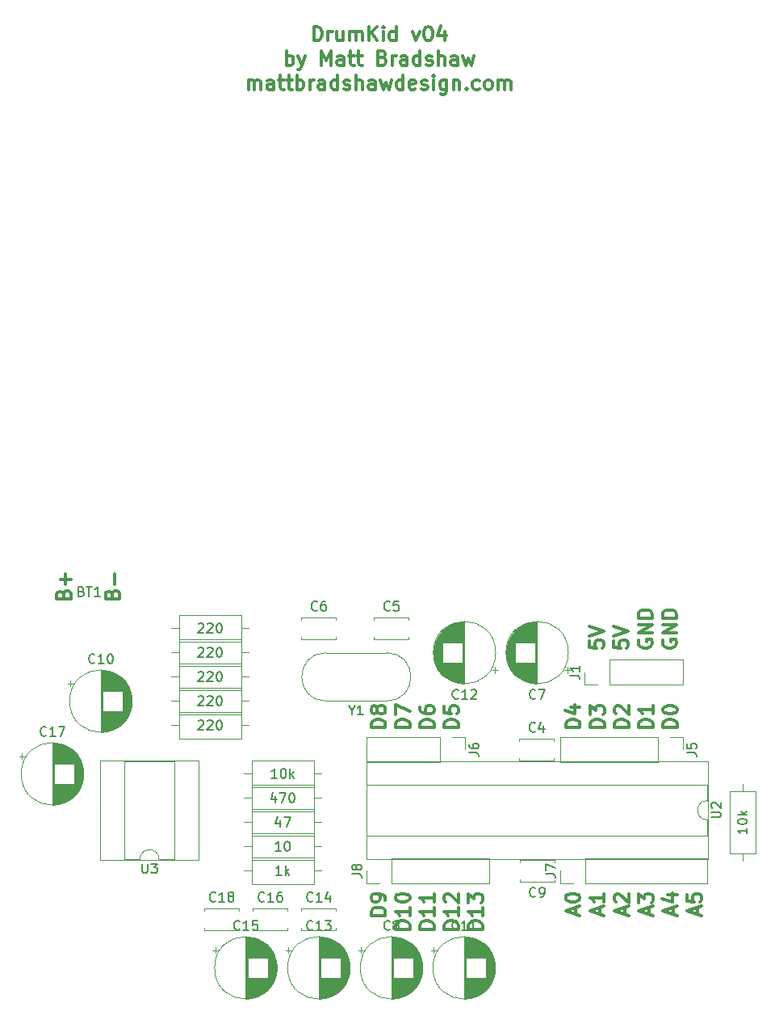
<source format=gbr>
G04 #@! TF.GenerationSoftware,KiCad,Pcbnew,(5.0.1)-3*
G04 #@! TF.CreationDate,2019-07-10T11:43:57+01:00*
G04 #@! TF.ProjectId,drumkid v3,6472756D6B69642076332E6B69636164,04*
G04 #@! TF.SameCoordinates,Original*
G04 #@! TF.FileFunction,Legend,Top*
G04 #@! TF.FilePolarity,Positive*
%FSLAX46Y46*%
G04 Gerber Fmt 4.6, Leading zero omitted, Abs format (unit mm)*
G04 Created by KiCad (PCBNEW (5.0.1)-3) date 10/07/2019 11:43:57*
%MOMM*%
%LPD*%
G01*
G04 APERTURE LIST*
%ADD10C,0.300000*%
%ADD11C,0.120000*%
%ADD12C,0.150000*%
G04 APERTURE END LIST*
D10*
X142967142Y-55278571D02*
X142967142Y-53778571D01*
X143324285Y-53778571D01*
X143538571Y-53850000D01*
X143681428Y-53992857D01*
X143752857Y-54135714D01*
X143824285Y-54421428D01*
X143824285Y-54635714D01*
X143752857Y-54921428D01*
X143681428Y-55064285D01*
X143538571Y-55207142D01*
X143324285Y-55278571D01*
X142967142Y-55278571D01*
X144467142Y-55278571D02*
X144467142Y-54278571D01*
X144467142Y-54564285D02*
X144538571Y-54421428D01*
X144610000Y-54350000D01*
X144752857Y-54278571D01*
X144895714Y-54278571D01*
X146038571Y-54278571D02*
X146038571Y-55278571D01*
X145395714Y-54278571D02*
X145395714Y-55064285D01*
X145467142Y-55207142D01*
X145610000Y-55278571D01*
X145824285Y-55278571D01*
X145967142Y-55207142D01*
X146038571Y-55135714D01*
X146752857Y-55278571D02*
X146752857Y-54278571D01*
X146752857Y-54421428D02*
X146824285Y-54350000D01*
X146967142Y-54278571D01*
X147181428Y-54278571D01*
X147324285Y-54350000D01*
X147395714Y-54492857D01*
X147395714Y-55278571D01*
X147395714Y-54492857D02*
X147467142Y-54350000D01*
X147610000Y-54278571D01*
X147824285Y-54278571D01*
X147967142Y-54350000D01*
X148038571Y-54492857D01*
X148038571Y-55278571D01*
X148752857Y-55278571D02*
X148752857Y-53778571D01*
X149610000Y-55278571D02*
X148967142Y-54421428D01*
X149610000Y-53778571D02*
X148752857Y-54635714D01*
X150252857Y-55278571D02*
X150252857Y-54278571D01*
X150252857Y-53778571D02*
X150181428Y-53850000D01*
X150252857Y-53921428D01*
X150324285Y-53850000D01*
X150252857Y-53778571D01*
X150252857Y-53921428D01*
X151610000Y-55278571D02*
X151610000Y-53778571D01*
X151610000Y-55207142D02*
X151467142Y-55278571D01*
X151181428Y-55278571D01*
X151038571Y-55207142D01*
X150967142Y-55135714D01*
X150895714Y-54992857D01*
X150895714Y-54564285D01*
X150967142Y-54421428D01*
X151038571Y-54350000D01*
X151181428Y-54278571D01*
X151467142Y-54278571D01*
X151610000Y-54350000D01*
X153324285Y-54278571D02*
X153681428Y-55278571D01*
X154038571Y-54278571D01*
X154895714Y-53778571D02*
X155038571Y-53778571D01*
X155181428Y-53850000D01*
X155252857Y-53921428D01*
X155324285Y-54064285D01*
X155395714Y-54350000D01*
X155395714Y-54707142D01*
X155324285Y-54992857D01*
X155252857Y-55135714D01*
X155181428Y-55207142D01*
X155038571Y-55278571D01*
X154895714Y-55278571D01*
X154752857Y-55207142D01*
X154681428Y-55135714D01*
X154610000Y-54992857D01*
X154538571Y-54707142D01*
X154538571Y-54350000D01*
X154610000Y-54064285D01*
X154681428Y-53921428D01*
X154752857Y-53850000D01*
X154895714Y-53778571D01*
X156681428Y-54278571D02*
X156681428Y-55278571D01*
X156324285Y-53707142D02*
X155967142Y-54778571D01*
X156895714Y-54778571D01*
X140110000Y-57828571D02*
X140110000Y-56328571D01*
X140110000Y-56900000D02*
X140252857Y-56828571D01*
X140538571Y-56828571D01*
X140681428Y-56900000D01*
X140752857Y-56971428D01*
X140824285Y-57114285D01*
X140824285Y-57542857D01*
X140752857Y-57685714D01*
X140681428Y-57757142D01*
X140538571Y-57828571D01*
X140252857Y-57828571D01*
X140110000Y-57757142D01*
X141324285Y-56828571D02*
X141681428Y-57828571D01*
X142038571Y-56828571D02*
X141681428Y-57828571D01*
X141538571Y-58185714D01*
X141467142Y-58257142D01*
X141324285Y-58328571D01*
X143752857Y-57828571D02*
X143752857Y-56328571D01*
X144252857Y-57400000D01*
X144752857Y-56328571D01*
X144752857Y-57828571D01*
X146110000Y-57828571D02*
X146110000Y-57042857D01*
X146038571Y-56900000D01*
X145895714Y-56828571D01*
X145610000Y-56828571D01*
X145467142Y-56900000D01*
X146110000Y-57757142D02*
X145967142Y-57828571D01*
X145610000Y-57828571D01*
X145467142Y-57757142D01*
X145395714Y-57614285D01*
X145395714Y-57471428D01*
X145467142Y-57328571D01*
X145610000Y-57257142D01*
X145967142Y-57257142D01*
X146110000Y-57185714D01*
X146610000Y-56828571D02*
X147181428Y-56828571D01*
X146824285Y-56328571D02*
X146824285Y-57614285D01*
X146895714Y-57757142D01*
X147038571Y-57828571D01*
X147181428Y-57828571D01*
X147467142Y-56828571D02*
X148038571Y-56828571D01*
X147681428Y-56328571D02*
X147681428Y-57614285D01*
X147752857Y-57757142D01*
X147895714Y-57828571D01*
X148038571Y-57828571D01*
X150181428Y-57042857D02*
X150395714Y-57114285D01*
X150467142Y-57185714D01*
X150538571Y-57328571D01*
X150538571Y-57542857D01*
X150467142Y-57685714D01*
X150395714Y-57757142D01*
X150252857Y-57828571D01*
X149681428Y-57828571D01*
X149681428Y-56328571D01*
X150181428Y-56328571D01*
X150324285Y-56400000D01*
X150395714Y-56471428D01*
X150467142Y-56614285D01*
X150467142Y-56757142D01*
X150395714Y-56900000D01*
X150324285Y-56971428D01*
X150181428Y-57042857D01*
X149681428Y-57042857D01*
X151181428Y-57828571D02*
X151181428Y-56828571D01*
X151181428Y-57114285D02*
X151252857Y-56971428D01*
X151324285Y-56900000D01*
X151467142Y-56828571D01*
X151610000Y-56828571D01*
X152752857Y-57828571D02*
X152752857Y-57042857D01*
X152681428Y-56900000D01*
X152538571Y-56828571D01*
X152252857Y-56828571D01*
X152110000Y-56900000D01*
X152752857Y-57757142D02*
X152610000Y-57828571D01*
X152252857Y-57828571D01*
X152110000Y-57757142D01*
X152038571Y-57614285D01*
X152038571Y-57471428D01*
X152110000Y-57328571D01*
X152252857Y-57257142D01*
X152610000Y-57257142D01*
X152752857Y-57185714D01*
X154110000Y-57828571D02*
X154110000Y-56328571D01*
X154110000Y-57757142D02*
X153967142Y-57828571D01*
X153681428Y-57828571D01*
X153538571Y-57757142D01*
X153467142Y-57685714D01*
X153395714Y-57542857D01*
X153395714Y-57114285D01*
X153467142Y-56971428D01*
X153538571Y-56900000D01*
X153681428Y-56828571D01*
X153967142Y-56828571D01*
X154110000Y-56900000D01*
X154752857Y-57757142D02*
X154895714Y-57828571D01*
X155181428Y-57828571D01*
X155324285Y-57757142D01*
X155395714Y-57614285D01*
X155395714Y-57542857D01*
X155324285Y-57400000D01*
X155181428Y-57328571D01*
X154967142Y-57328571D01*
X154824285Y-57257142D01*
X154752857Y-57114285D01*
X154752857Y-57042857D01*
X154824285Y-56900000D01*
X154967142Y-56828571D01*
X155181428Y-56828571D01*
X155324285Y-56900000D01*
X156038571Y-57828571D02*
X156038571Y-56328571D01*
X156681428Y-57828571D02*
X156681428Y-57042857D01*
X156610000Y-56900000D01*
X156467142Y-56828571D01*
X156252857Y-56828571D01*
X156110000Y-56900000D01*
X156038571Y-56971428D01*
X158038571Y-57828571D02*
X158038571Y-57042857D01*
X157967142Y-56900000D01*
X157824285Y-56828571D01*
X157538571Y-56828571D01*
X157395714Y-56900000D01*
X158038571Y-57757142D02*
X157895714Y-57828571D01*
X157538571Y-57828571D01*
X157395714Y-57757142D01*
X157324285Y-57614285D01*
X157324285Y-57471428D01*
X157395714Y-57328571D01*
X157538571Y-57257142D01*
X157895714Y-57257142D01*
X158038571Y-57185714D01*
X158610000Y-56828571D02*
X158895714Y-57828571D01*
X159181428Y-57114285D01*
X159467142Y-57828571D01*
X159752857Y-56828571D01*
X136110000Y-60378571D02*
X136110000Y-59378571D01*
X136110000Y-59521428D02*
X136181428Y-59450000D01*
X136324285Y-59378571D01*
X136538571Y-59378571D01*
X136681428Y-59450000D01*
X136752857Y-59592857D01*
X136752857Y-60378571D01*
X136752857Y-59592857D02*
X136824285Y-59450000D01*
X136967142Y-59378571D01*
X137181428Y-59378571D01*
X137324285Y-59450000D01*
X137395714Y-59592857D01*
X137395714Y-60378571D01*
X138752857Y-60378571D02*
X138752857Y-59592857D01*
X138681428Y-59450000D01*
X138538571Y-59378571D01*
X138252857Y-59378571D01*
X138110000Y-59450000D01*
X138752857Y-60307142D02*
X138610000Y-60378571D01*
X138252857Y-60378571D01*
X138110000Y-60307142D01*
X138038571Y-60164285D01*
X138038571Y-60021428D01*
X138110000Y-59878571D01*
X138252857Y-59807142D01*
X138610000Y-59807142D01*
X138752857Y-59735714D01*
X139252857Y-59378571D02*
X139824285Y-59378571D01*
X139467142Y-58878571D02*
X139467142Y-60164285D01*
X139538571Y-60307142D01*
X139681428Y-60378571D01*
X139824285Y-60378571D01*
X140110000Y-59378571D02*
X140681428Y-59378571D01*
X140324285Y-58878571D02*
X140324285Y-60164285D01*
X140395714Y-60307142D01*
X140538571Y-60378571D01*
X140681428Y-60378571D01*
X141181428Y-60378571D02*
X141181428Y-58878571D01*
X141181428Y-59450000D02*
X141324285Y-59378571D01*
X141610000Y-59378571D01*
X141752857Y-59450000D01*
X141824285Y-59521428D01*
X141895714Y-59664285D01*
X141895714Y-60092857D01*
X141824285Y-60235714D01*
X141752857Y-60307142D01*
X141610000Y-60378571D01*
X141324285Y-60378571D01*
X141181428Y-60307142D01*
X142538571Y-60378571D02*
X142538571Y-59378571D01*
X142538571Y-59664285D02*
X142610000Y-59521428D01*
X142681428Y-59450000D01*
X142824285Y-59378571D01*
X142967142Y-59378571D01*
X144110000Y-60378571D02*
X144110000Y-59592857D01*
X144038571Y-59450000D01*
X143895714Y-59378571D01*
X143610000Y-59378571D01*
X143467142Y-59450000D01*
X144110000Y-60307142D02*
X143967142Y-60378571D01*
X143610000Y-60378571D01*
X143467142Y-60307142D01*
X143395714Y-60164285D01*
X143395714Y-60021428D01*
X143467142Y-59878571D01*
X143610000Y-59807142D01*
X143967142Y-59807142D01*
X144110000Y-59735714D01*
X145467142Y-60378571D02*
X145467142Y-58878571D01*
X145467142Y-60307142D02*
X145324285Y-60378571D01*
X145038571Y-60378571D01*
X144895714Y-60307142D01*
X144824285Y-60235714D01*
X144752857Y-60092857D01*
X144752857Y-59664285D01*
X144824285Y-59521428D01*
X144895714Y-59450000D01*
X145038571Y-59378571D01*
X145324285Y-59378571D01*
X145467142Y-59450000D01*
X146110000Y-60307142D02*
X146252857Y-60378571D01*
X146538571Y-60378571D01*
X146681428Y-60307142D01*
X146752857Y-60164285D01*
X146752857Y-60092857D01*
X146681428Y-59950000D01*
X146538571Y-59878571D01*
X146324285Y-59878571D01*
X146181428Y-59807142D01*
X146110000Y-59664285D01*
X146110000Y-59592857D01*
X146181428Y-59450000D01*
X146324285Y-59378571D01*
X146538571Y-59378571D01*
X146681428Y-59450000D01*
X147395714Y-60378571D02*
X147395714Y-58878571D01*
X148038571Y-60378571D02*
X148038571Y-59592857D01*
X147967142Y-59450000D01*
X147824285Y-59378571D01*
X147610000Y-59378571D01*
X147467142Y-59450000D01*
X147395714Y-59521428D01*
X149395714Y-60378571D02*
X149395714Y-59592857D01*
X149324285Y-59450000D01*
X149181428Y-59378571D01*
X148895714Y-59378571D01*
X148752857Y-59450000D01*
X149395714Y-60307142D02*
X149252857Y-60378571D01*
X148895714Y-60378571D01*
X148752857Y-60307142D01*
X148681428Y-60164285D01*
X148681428Y-60021428D01*
X148752857Y-59878571D01*
X148895714Y-59807142D01*
X149252857Y-59807142D01*
X149395714Y-59735714D01*
X149967142Y-59378571D02*
X150252857Y-60378571D01*
X150538571Y-59664285D01*
X150824285Y-60378571D01*
X151110000Y-59378571D01*
X152324285Y-60378571D02*
X152324285Y-58878571D01*
X152324285Y-60307142D02*
X152181428Y-60378571D01*
X151895714Y-60378571D01*
X151752857Y-60307142D01*
X151681428Y-60235714D01*
X151610000Y-60092857D01*
X151610000Y-59664285D01*
X151681428Y-59521428D01*
X151752857Y-59450000D01*
X151895714Y-59378571D01*
X152181428Y-59378571D01*
X152324285Y-59450000D01*
X153610000Y-60307142D02*
X153467142Y-60378571D01*
X153181428Y-60378571D01*
X153038571Y-60307142D01*
X152967142Y-60164285D01*
X152967142Y-59592857D01*
X153038571Y-59450000D01*
X153181428Y-59378571D01*
X153467142Y-59378571D01*
X153610000Y-59450000D01*
X153681428Y-59592857D01*
X153681428Y-59735714D01*
X152967142Y-59878571D01*
X154252857Y-60307142D02*
X154395714Y-60378571D01*
X154681428Y-60378571D01*
X154824285Y-60307142D01*
X154895714Y-60164285D01*
X154895714Y-60092857D01*
X154824285Y-59950000D01*
X154681428Y-59878571D01*
X154467142Y-59878571D01*
X154324285Y-59807142D01*
X154252857Y-59664285D01*
X154252857Y-59592857D01*
X154324285Y-59450000D01*
X154467142Y-59378571D01*
X154681428Y-59378571D01*
X154824285Y-59450000D01*
X155538571Y-60378571D02*
X155538571Y-59378571D01*
X155538571Y-58878571D02*
X155467142Y-58950000D01*
X155538571Y-59021428D01*
X155610000Y-58950000D01*
X155538571Y-58878571D01*
X155538571Y-59021428D01*
X156895714Y-59378571D02*
X156895714Y-60592857D01*
X156824285Y-60735714D01*
X156752857Y-60807142D01*
X156610000Y-60878571D01*
X156395714Y-60878571D01*
X156252857Y-60807142D01*
X156895714Y-60307142D02*
X156752857Y-60378571D01*
X156467142Y-60378571D01*
X156324285Y-60307142D01*
X156252857Y-60235714D01*
X156181428Y-60092857D01*
X156181428Y-59664285D01*
X156252857Y-59521428D01*
X156324285Y-59450000D01*
X156467142Y-59378571D01*
X156752857Y-59378571D01*
X156895714Y-59450000D01*
X157610000Y-59378571D02*
X157610000Y-60378571D01*
X157610000Y-59521428D02*
X157681428Y-59450000D01*
X157824285Y-59378571D01*
X158038571Y-59378571D01*
X158181428Y-59450000D01*
X158252857Y-59592857D01*
X158252857Y-60378571D01*
X158967142Y-60235714D02*
X159038571Y-60307142D01*
X158967142Y-60378571D01*
X158895714Y-60307142D01*
X158967142Y-60235714D01*
X158967142Y-60378571D01*
X160324285Y-60307142D02*
X160181428Y-60378571D01*
X159895714Y-60378571D01*
X159752857Y-60307142D01*
X159681428Y-60235714D01*
X159610000Y-60092857D01*
X159610000Y-59664285D01*
X159681428Y-59521428D01*
X159752857Y-59450000D01*
X159895714Y-59378571D01*
X160181428Y-59378571D01*
X160324285Y-59450000D01*
X161181428Y-60378571D02*
X161038571Y-60307142D01*
X160967142Y-60235714D01*
X160895714Y-60092857D01*
X160895714Y-59664285D01*
X160967142Y-59521428D01*
X161038571Y-59450000D01*
X161181428Y-59378571D01*
X161395714Y-59378571D01*
X161538571Y-59450000D01*
X161610000Y-59521428D01*
X161681428Y-59664285D01*
X161681428Y-60092857D01*
X161610000Y-60235714D01*
X161538571Y-60307142D01*
X161395714Y-60378571D01*
X161181428Y-60378571D01*
X162324285Y-60378571D02*
X162324285Y-59378571D01*
X162324285Y-59521428D02*
X162395714Y-59450000D01*
X162538571Y-59378571D01*
X162752857Y-59378571D01*
X162895714Y-59450000D01*
X162967142Y-59592857D01*
X162967142Y-60378571D01*
X162967142Y-59592857D02*
X163038571Y-59450000D01*
X163181428Y-59378571D01*
X163395714Y-59378571D01*
X163538571Y-59450000D01*
X163610000Y-59592857D01*
X163610000Y-60378571D01*
X116722857Y-113247857D02*
X116794285Y-113033571D01*
X116865714Y-112962142D01*
X117008571Y-112890714D01*
X117222857Y-112890714D01*
X117365714Y-112962142D01*
X117437142Y-113033571D01*
X117508571Y-113176428D01*
X117508571Y-113747857D01*
X116008571Y-113747857D01*
X116008571Y-113247857D01*
X116080000Y-113105000D01*
X116151428Y-113033571D01*
X116294285Y-112962142D01*
X116437142Y-112962142D01*
X116580000Y-113033571D01*
X116651428Y-113105000D01*
X116722857Y-113247857D01*
X116722857Y-113747857D01*
X116937142Y-112247857D02*
X116937142Y-111105000D01*
X117508571Y-111676428D02*
X116365714Y-111676428D01*
X121822857Y-113247857D02*
X121894285Y-113033571D01*
X121965714Y-112962142D01*
X122108571Y-112890714D01*
X122322857Y-112890714D01*
X122465714Y-112962142D01*
X122537142Y-113033571D01*
X122608571Y-113176428D01*
X122608571Y-113747857D01*
X121108571Y-113747857D01*
X121108571Y-113247857D01*
X121180000Y-113105000D01*
X121251428Y-113033571D01*
X121394285Y-112962142D01*
X121537142Y-112962142D01*
X121680000Y-113033571D01*
X121751428Y-113105000D01*
X121822857Y-113247857D01*
X121822857Y-113747857D01*
X122037142Y-112247857D02*
X122037142Y-111105000D01*
X171883571Y-118113571D02*
X171883571Y-118827857D01*
X172597857Y-118899285D01*
X172526428Y-118827857D01*
X172455000Y-118685000D01*
X172455000Y-118327857D01*
X172526428Y-118185000D01*
X172597857Y-118113571D01*
X172740714Y-118042142D01*
X173097857Y-118042142D01*
X173240714Y-118113571D01*
X173312142Y-118185000D01*
X173383571Y-118327857D01*
X173383571Y-118685000D01*
X173312142Y-118827857D01*
X173240714Y-118899285D01*
X171883571Y-117613571D02*
X173383571Y-117113571D01*
X171883571Y-116613571D01*
X174433571Y-118113571D02*
X174433571Y-118827857D01*
X175147857Y-118899285D01*
X175076428Y-118827857D01*
X175005000Y-118685000D01*
X175005000Y-118327857D01*
X175076428Y-118185000D01*
X175147857Y-118113571D01*
X175290714Y-118042142D01*
X175647857Y-118042142D01*
X175790714Y-118113571D01*
X175862142Y-118185000D01*
X175933571Y-118327857D01*
X175933571Y-118685000D01*
X175862142Y-118827857D01*
X175790714Y-118899285D01*
X174433571Y-117613571D02*
X175933571Y-117113571D01*
X174433571Y-116613571D01*
X177055000Y-118042142D02*
X176983571Y-118185000D01*
X176983571Y-118399285D01*
X177055000Y-118613571D01*
X177197857Y-118756428D01*
X177340714Y-118827857D01*
X177626428Y-118899285D01*
X177840714Y-118899285D01*
X178126428Y-118827857D01*
X178269285Y-118756428D01*
X178412142Y-118613571D01*
X178483571Y-118399285D01*
X178483571Y-118256428D01*
X178412142Y-118042142D01*
X178340714Y-117970714D01*
X177840714Y-117970714D01*
X177840714Y-118256428D01*
X178483571Y-117327857D02*
X176983571Y-117327857D01*
X178483571Y-116470714D01*
X176983571Y-116470714D01*
X178483571Y-115756428D02*
X176983571Y-115756428D01*
X176983571Y-115399285D01*
X177055000Y-115185000D01*
X177197857Y-115042142D01*
X177340714Y-114970714D01*
X177626428Y-114899285D01*
X177840714Y-114899285D01*
X178126428Y-114970714D01*
X178269285Y-115042142D01*
X178412142Y-115185000D01*
X178483571Y-115399285D01*
X178483571Y-115756428D01*
X179605000Y-118042142D02*
X179533571Y-118185000D01*
X179533571Y-118399285D01*
X179605000Y-118613571D01*
X179747857Y-118756428D01*
X179890714Y-118827857D01*
X180176428Y-118899285D01*
X180390714Y-118899285D01*
X180676428Y-118827857D01*
X180819285Y-118756428D01*
X180962142Y-118613571D01*
X181033571Y-118399285D01*
X181033571Y-118256428D01*
X180962142Y-118042142D01*
X180890714Y-117970714D01*
X180390714Y-117970714D01*
X180390714Y-118256428D01*
X181033571Y-117327857D02*
X179533571Y-117327857D01*
X181033571Y-116470714D01*
X179533571Y-116470714D01*
X181033571Y-115756428D02*
X179533571Y-115756428D01*
X179533571Y-115399285D01*
X179605000Y-115185000D01*
X179747857Y-115042142D01*
X179890714Y-114970714D01*
X180176428Y-114899285D01*
X180390714Y-114899285D01*
X180676428Y-114970714D01*
X180819285Y-115042142D01*
X180962142Y-115185000D01*
X181033571Y-115399285D01*
X181033571Y-115756428D01*
X150473571Y-146911428D02*
X148973571Y-146911428D01*
X148973571Y-146554285D01*
X149045000Y-146340000D01*
X149187857Y-146197142D01*
X149330714Y-146125714D01*
X149616428Y-146054285D01*
X149830714Y-146054285D01*
X150116428Y-146125714D01*
X150259285Y-146197142D01*
X150402142Y-146340000D01*
X150473571Y-146554285D01*
X150473571Y-146911428D01*
X150473571Y-145340000D02*
X150473571Y-145054285D01*
X150402142Y-144911428D01*
X150330714Y-144840000D01*
X150116428Y-144697142D01*
X149830714Y-144625714D01*
X149259285Y-144625714D01*
X149116428Y-144697142D01*
X149045000Y-144768571D01*
X148973571Y-144911428D01*
X148973571Y-145197142D01*
X149045000Y-145340000D01*
X149116428Y-145411428D01*
X149259285Y-145482857D01*
X149616428Y-145482857D01*
X149759285Y-145411428D01*
X149830714Y-145340000D01*
X149902142Y-145197142D01*
X149902142Y-144911428D01*
X149830714Y-144768571D01*
X149759285Y-144697142D01*
X149616428Y-144625714D01*
X153023571Y-148340000D02*
X151523571Y-148340000D01*
X151523571Y-147982857D01*
X151595000Y-147768571D01*
X151737857Y-147625714D01*
X151880714Y-147554285D01*
X152166428Y-147482857D01*
X152380714Y-147482857D01*
X152666428Y-147554285D01*
X152809285Y-147625714D01*
X152952142Y-147768571D01*
X153023571Y-147982857D01*
X153023571Y-148340000D01*
X153023571Y-146054285D02*
X153023571Y-146911428D01*
X153023571Y-146482857D02*
X151523571Y-146482857D01*
X151737857Y-146625714D01*
X151880714Y-146768571D01*
X151952142Y-146911428D01*
X151523571Y-145125714D02*
X151523571Y-144982857D01*
X151595000Y-144840000D01*
X151666428Y-144768571D01*
X151809285Y-144697142D01*
X152095000Y-144625714D01*
X152452142Y-144625714D01*
X152737857Y-144697142D01*
X152880714Y-144768571D01*
X152952142Y-144840000D01*
X153023571Y-144982857D01*
X153023571Y-145125714D01*
X152952142Y-145268571D01*
X152880714Y-145340000D01*
X152737857Y-145411428D01*
X152452142Y-145482857D01*
X152095000Y-145482857D01*
X151809285Y-145411428D01*
X151666428Y-145340000D01*
X151595000Y-145268571D01*
X151523571Y-145125714D01*
X155573571Y-148340000D02*
X154073571Y-148340000D01*
X154073571Y-147982857D01*
X154145000Y-147768571D01*
X154287857Y-147625714D01*
X154430714Y-147554285D01*
X154716428Y-147482857D01*
X154930714Y-147482857D01*
X155216428Y-147554285D01*
X155359285Y-147625714D01*
X155502142Y-147768571D01*
X155573571Y-147982857D01*
X155573571Y-148340000D01*
X155573571Y-146054285D02*
X155573571Y-146911428D01*
X155573571Y-146482857D02*
X154073571Y-146482857D01*
X154287857Y-146625714D01*
X154430714Y-146768571D01*
X154502142Y-146911428D01*
X155573571Y-144625714D02*
X155573571Y-145482857D01*
X155573571Y-145054285D02*
X154073571Y-145054285D01*
X154287857Y-145197142D01*
X154430714Y-145340000D01*
X154502142Y-145482857D01*
X158123571Y-148340000D02*
X156623571Y-148340000D01*
X156623571Y-147982857D01*
X156695000Y-147768571D01*
X156837857Y-147625714D01*
X156980714Y-147554285D01*
X157266428Y-147482857D01*
X157480714Y-147482857D01*
X157766428Y-147554285D01*
X157909285Y-147625714D01*
X158052142Y-147768571D01*
X158123571Y-147982857D01*
X158123571Y-148340000D01*
X158123571Y-146054285D02*
X158123571Y-146911428D01*
X158123571Y-146482857D02*
X156623571Y-146482857D01*
X156837857Y-146625714D01*
X156980714Y-146768571D01*
X157052142Y-146911428D01*
X156766428Y-145482857D02*
X156695000Y-145411428D01*
X156623571Y-145268571D01*
X156623571Y-144911428D01*
X156695000Y-144768571D01*
X156766428Y-144697142D01*
X156909285Y-144625714D01*
X157052142Y-144625714D01*
X157266428Y-144697142D01*
X158123571Y-145554285D01*
X158123571Y-144625714D01*
X160673571Y-148340000D02*
X159173571Y-148340000D01*
X159173571Y-147982857D01*
X159245000Y-147768571D01*
X159387857Y-147625714D01*
X159530714Y-147554285D01*
X159816428Y-147482857D01*
X160030714Y-147482857D01*
X160316428Y-147554285D01*
X160459285Y-147625714D01*
X160602142Y-147768571D01*
X160673571Y-147982857D01*
X160673571Y-148340000D01*
X160673571Y-146054285D02*
X160673571Y-146911428D01*
X160673571Y-146482857D02*
X159173571Y-146482857D01*
X159387857Y-146625714D01*
X159530714Y-146768571D01*
X159602142Y-146911428D01*
X159173571Y-145554285D02*
X159173571Y-144625714D01*
X159745000Y-145125714D01*
X159745000Y-144911428D01*
X159816428Y-144768571D01*
X159887857Y-144697142D01*
X160030714Y-144625714D01*
X160387857Y-144625714D01*
X160530714Y-144697142D01*
X160602142Y-144768571D01*
X160673571Y-144911428D01*
X160673571Y-145340000D01*
X160602142Y-145482857D01*
X160530714Y-145554285D01*
X170445000Y-146768571D02*
X170445000Y-146054285D01*
X170873571Y-146911428D02*
X169373571Y-146411428D01*
X170873571Y-145911428D01*
X169373571Y-145125714D02*
X169373571Y-144982857D01*
X169445000Y-144840000D01*
X169516428Y-144768571D01*
X169659285Y-144697142D01*
X169945000Y-144625714D01*
X170302142Y-144625714D01*
X170587857Y-144697142D01*
X170730714Y-144768571D01*
X170802142Y-144840000D01*
X170873571Y-144982857D01*
X170873571Y-145125714D01*
X170802142Y-145268571D01*
X170730714Y-145340000D01*
X170587857Y-145411428D01*
X170302142Y-145482857D01*
X169945000Y-145482857D01*
X169659285Y-145411428D01*
X169516428Y-145340000D01*
X169445000Y-145268571D01*
X169373571Y-145125714D01*
X172995000Y-146768571D02*
X172995000Y-146054285D01*
X173423571Y-146911428D02*
X171923571Y-146411428D01*
X173423571Y-145911428D01*
X173423571Y-144625714D02*
X173423571Y-145482857D01*
X173423571Y-145054285D02*
X171923571Y-145054285D01*
X172137857Y-145197142D01*
X172280714Y-145340000D01*
X172352142Y-145482857D01*
X175545000Y-146768571D02*
X175545000Y-146054285D01*
X175973571Y-146911428D02*
X174473571Y-146411428D01*
X175973571Y-145911428D01*
X174616428Y-145482857D02*
X174545000Y-145411428D01*
X174473571Y-145268571D01*
X174473571Y-144911428D01*
X174545000Y-144768571D01*
X174616428Y-144697142D01*
X174759285Y-144625714D01*
X174902142Y-144625714D01*
X175116428Y-144697142D01*
X175973571Y-145554285D01*
X175973571Y-144625714D01*
X178095000Y-146768571D02*
X178095000Y-146054285D01*
X178523571Y-146911428D02*
X177023571Y-146411428D01*
X178523571Y-145911428D01*
X177023571Y-145554285D02*
X177023571Y-144625714D01*
X177595000Y-145125714D01*
X177595000Y-144911428D01*
X177666428Y-144768571D01*
X177737857Y-144697142D01*
X177880714Y-144625714D01*
X178237857Y-144625714D01*
X178380714Y-144697142D01*
X178452142Y-144768571D01*
X178523571Y-144911428D01*
X178523571Y-145340000D01*
X178452142Y-145482857D01*
X178380714Y-145554285D01*
X180645000Y-146768571D02*
X180645000Y-146054285D01*
X181073571Y-146911428D02*
X179573571Y-146411428D01*
X181073571Y-145911428D01*
X180073571Y-144768571D02*
X181073571Y-144768571D01*
X179502142Y-145125714D02*
X180573571Y-145482857D01*
X180573571Y-144554285D01*
X183195000Y-146768571D02*
X183195000Y-146054285D01*
X183623571Y-146911428D02*
X182123571Y-146411428D01*
X183623571Y-145911428D01*
X182123571Y-144697142D02*
X182123571Y-145411428D01*
X182837857Y-145482857D01*
X182766428Y-145411428D01*
X182695000Y-145268571D01*
X182695000Y-144911428D01*
X182766428Y-144768571D01*
X182837857Y-144697142D01*
X182980714Y-144625714D01*
X183337857Y-144625714D01*
X183480714Y-144697142D01*
X183552142Y-144768571D01*
X183623571Y-144911428D01*
X183623571Y-145268571D01*
X183552142Y-145411428D01*
X183480714Y-145482857D01*
X150478571Y-127226428D02*
X148978571Y-127226428D01*
X148978571Y-126869285D01*
X149050000Y-126655000D01*
X149192857Y-126512142D01*
X149335714Y-126440714D01*
X149621428Y-126369285D01*
X149835714Y-126369285D01*
X150121428Y-126440714D01*
X150264285Y-126512142D01*
X150407142Y-126655000D01*
X150478571Y-126869285D01*
X150478571Y-127226428D01*
X149621428Y-125512142D02*
X149550000Y-125655000D01*
X149478571Y-125726428D01*
X149335714Y-125797857D01*
X149264285Y-125797857D01*
X149121428Y-125726428D01*
X149050000Y-125655000D01*
X148978571Y-125512142D01*
X148978571Y-125226428D01*
X149050000Y-125083571D01*
X149121428Y-125012142D01*
X149264285Y-124940714D01*
X149335714Y-124940714D01*
X149478571Y-125012142D01*
X149550000Y-125083571D01*
X149621428Y-125226428D01*
X149621428Y-125512142D01*
X149692857Y-125655000D01*
X149764285Y-125726428D01*
X149907142Y-125797857D01*
X150192857Y-125797857D01*
X150335714Y-125726428D01*
X150407142Y-125655000D01*
X150478571Y-125512142D01*
X150478571Y-125226428D01*
X150407142Y-125083571D01*
X150335714Y-125012142D01*
X150192857Y-124940714D01*
X149907142Y-124940714D01*
X149764285Y-125012142D01*
X149692857Y-125083571D01*
X149621428Y-125226428D01*
X153028571Y-127226428D02*
X151528571Y-127226428D01*
X151528571Y-126869285D01*
X151600000Y-126655000D01*
X151742857Y-126512142D01*
X151885714Y-126440714D01*
X152171428Y-126369285D01*
X152385714Y-126369285D01*
X152671428Y-126440714D01*
X152814285Y-126512142D01*
X152957142Y-126655000D01*
X153028571Y-126869285D01*
X153028571Y-127226428D01*
X151528571Y-125869285D02*
X151528571Y-124869285D01*
X153028571Y-125512142D01*
X155578571Y-127226428D02*
X154078571Y-127226428D01*
X154078571Y-126869285D01*
X154150000Y-126655000D01*
X154292857Y-126512142D01*
X154435714Y-126440714D01*
X154721428Y-126369285D01*
X154935714Y-126369285D01*
X155221428Y-126440714D01*
X155364285Y-126512142D01*
X155507142Y-126655000D01*
X155578571Y-126869285D01*
X155578571Y-127226428D01*
X154078571Y-125083571D02*
X154078571Y-125369285D01*
X154150000Y-125512142D01*
X154221428Y-125583571D01*
X154435714Y-125726428D01*
X154721428Y-125797857D01*
X155292857Y-125797857D01*
X155435714Y-125726428D01*
X155507142Y-125655000D01*
X155578571Y-125512142D01*
X155578571Y-125226428D01*
X155507142Y-125083571D01*
X155435714Y-125012142D01*
X155292857Y-124940714D01*
X154935714Y-124940714D01*
X154792857Y-125012142D01*
X154721428Y-125083571D01*
X154650000Y-125226428D01*
X154650000Y-125512142D01*
X154721428Y-125655000D01*
X154792857Y-125726428D01*
X154935714Y-125797857D01*
X158128571Y-127226428D02*
X156628571Y-127226428D01*
X156628571Y-126869285D01*
X156700000Y-126655000D01*
X156842857Y-126512142D01*
X156985714Y-126440714D01*
X157271428Y-126369285D01*
X157485714Y-126369285D01*
X157771428Y-126440714D01*
X157914285Y-126512142D01*
X158057142Y-126655000D01*
X158128571Y-126869285D01*
X158128571Y-127226428D01*
X156628571Y-125012142D02*
X156628571Y-125726428D01*
X157342857Y-125797857D01*
X157271428Y-125726428D01*
X157200000Y-125583571D01*
X157200000Y-125226428D01*
X157271428Y-125083571D01*
X157342857Y-125012142D01*
X157485714Y-124940714D01*
X157842857Y-124940714D01*
X157985714Y-125012142D01*
X158057142Y-125083571D01*
X158128571Y-125226428D01*
X158128571Y-125583571D01*
X158057142Y-125726428D01*
X157985714Y-125797857D01*
X170878571Y-127226428D02*
X169378571Y-127226428D01*
X169378571Y-126869285D01*
X169450000Y-126655000D01*
X169592857Y-126512142D01*
X169735714Y-126440714D01*
X170021428Y-126369285D01*
X170235714Y-126369285D01*
X170521428Y-126440714D01*
X170664285Y-126512142D01*
X170807142Y-126655000D01*
X170878571Y-126869285D01*
X170878571Y-127226428D01*
X169878571Y-125083571D02*
X170878571Y-125083571D01*
X169307142Y-125440714D02*
X170378571Y-125797857D01*
X170378571Y-124869285D01*
X173428571Y-127226428D02*
X171928571Y-127226428D01*
X171928571Y-126869285D01*
X172000000Y-126655000D01*
X172142857Y-126512142D01*
X172285714Y-126440714D01*
X172571428Y-126369285D01*
X172785714Y-126369285D01*
X173071428Y-126440714D01*
X173214285Y-126512142D01*
X173357142Y-126655000D01*
X173428571Y-126869285D01*
X173428571Y-127226428D01*
X171928571Y-125869285D02*
X171928571Y-124940714D01*
X172500000Y-125440714D01*
X172500000Y-125226428D01*
X172571428Y-125083571D01*
X172642857Y-125012142D01*
X172785714Y-124940714D01*
X173142857Y-124940714D01*
X173285714Y-125012142D01*
X173357142Y-125083571D01*
X173428571Y-125226428D01*
X173428571Y-125655000D01*
X173357142Y-125797857D01*
X173285714Y-125869285D01*
X175978571Y-127226428D02*
X174478571Y-127226428D01*
X174478571Y-126869285D01*
X174550000Y-126655000D01*
X174692857Y-126512142D01*
X174835714Y-126440714D01*
X175121428Y-126369285D01*
X175335714Y-126369285D01*
X175621428Y-126440714D01*
X175764285Y-126512142D01*
X175907142Y-126655000D01*
X175978571Y-126869285D01*
X175978571Y-127226428D01*
X174621428Y-125797857D02*
X174550000Y-125726428D01*
X174478571Y-125583571D01*
X174478571Y-125226428D01*
X174550000Y-125083571D01*
X174621428Y-125012142D01*
X174764285Y-124940714D01*
X174907142Y-124940714D01*
X175121428Y-125012142D01*
X175978571Y-125869285D01*
X175978571Y-124940714D01*
X178528571Y-127226428D02*
X177028571Y-127226428D01*
X177028571Y-126869285D01*
X177100000Y-126655000D01*
X177242857Y-126512142D01*
X177385714Y-126440714D01*
X177671428Y-126369285D01*
X177885714Y-126369285D01*
X178171428Y-126440714D01*
X178314285Y-126512142D01*
X178457142Y-126655000D01*
X178528571Y-126869285D01*
X178528571Y-127226428D01*
X178528571Y-124940714D02*
X178528571Y-125797857D01*
X178528571Y-125369285D02*
X177028571Y-125369285D01*
X177242857Y-125512142D01*
X177385714Y-125655000D01*
X177457142Y-125797857D01*
X181078571Y-127226428D02*
X179578571Y-127226428D01*
X179578571Y-126869285D01*
X179650000Y-126655000D01*
X179792857Y-126512142D01*
X179935714Y-126440714D01*
X180221428Y-126369285D01*
X180435714Y-126369285D01*
X180721428Y-126440714D01*
X180864285Y-126512142D01*
X181007142Y-126655000D01*
X181078571Y-126869285D01*
X181078571Y-127226428D01*
X179578571Y-125440714D02*
X179578571Y-125297857D01*
X179650000Y-125155000D01*
X179721428Y-125083571D01*
X179864285Y-125012142D01*
X180150000Y-124940714D01*
X180507142Y-124940714D01*
X180792857Y-125012142D01*
X180935714Y-125083571D01*
X181007142Y-125155000D01*
X181078571Y-125297857D01*
X181078571Y-125440714D01*
X181007142Y-125583571D01*
X180935714Y-125655000D01*
X180792857Y-125726428D01*
X180507142Y-125797857D01*
X180150000Y-125797857D01*
X179864285Y-125726428D01*
X179721428Y-125655000D01*
X179650000Y-125583571D01*
X179578571Y-125440714D01*
D11*
G04 #@! TO.C,R9*
X135660000Y-132080000D02*
X136430000Y-132080000D01*
X143740000Y-132080000D02*
X142970000Y-132080000D01*
X136430000Y-133450000D02*
X142970000Y-133450000D01*
X136430000Y-130710000D02*
X136430000Y-133450000D01*
X142970000Y-130710000D02*
X136430000Y-130710000D01*
X142970000Y-133450000D02*
X142970000Y-130710000D01*
G04 #@! TO.C,R1*
X135660000Y-137160000D02*
X136430000Y-137160000D01*
X143740000Y-137160000D02*
X142970000Y-137160000D01*
X136430000Y-138530000D02*
X142970000Y-138530000D01*
X136430000Y-135790000D02*
X136430000Y-138530000D01*
X142970000Y-135790000D02*
X136430000Y-135790000D01*
X142970000Y-138530000D02*
X142970000Y-135790000D01*
G04 #@! TO.C,R7*
X136120000Y-127000000D02*
X135350000Y-127000000D01*
X128040000Y-127000000D02*
X128810000Y-127000000D01*
X135350000Y-125630000D02*
X128810000Y-125630000D01*
X135350000Y-128370000D02*
X135350000Y-125630000D01*
X128810000Y-128370000D02*
X135350000Y-128370000D01*
X128810000Y-125630000D02*
X128810000Y-128370000D01*
G04 #@! TO.C,R11*
X143740000Y-139700000D02*
X142970000Y-139700000D01*
X135660000Y-139700000D02*
X136430000Y-139700000D01*
X142970000Y-138330000D02*
X136430000Y-138330000D01*
X142970000Y-141070000D02*
X142970000Y-138330000D01*
X136430000Y-141070000D02*
X142970000Y-141070000D01*
X136430000Y-138330000D02*
X136430000Y-141070000D01*
G04 #@! TO.C,R10*
X143740000Y-142240000D02*
X142970000Y-142240000D01*
X135660000Y-142240000D02*
X136430000Y-142240000D01*
X142970000Y-140870000D02*
X136430000Y-140870000D01*
X142970000Y-143610000D02*
X142970000Y-140870000D01*
X136430000Y-143610000D02*
X142970000Y-143610000D01*
X136430000Y-140870000D02*
X136430000Y-143610000D01*
G04 #@! TO.C,R8*
X135660000Y-134620000D02*
X136430000Y-134620000D01*
X143740000Y-134620000D02*
X142970000Y-134620000D01*
X136430000Y-135990000D02*
X142970000Y-135990000D01*
X136430000Y-133250000D02*
X136430000Y-135990000D01*
X142970000Y-133250000D02*
X136430000Y-133250000D01*
X142970000Y-135990000D02*
X142970000Y-133250000D01*
G04 #@! TO.C,R6*
X136120000Y-124460000D02*
X135350000Y-124460000D01*
X128040000Y-124460000D02*
X128810000Y-124460000D01*
X135350000Y-123090000D02*
X128810000Y-123090000D01*
X135350000Y-125830000D02*
X135350000Y-123090000D01*
X128810000Y-125830000D02*
X135350000Y-125830000D01*
X128810000Y-123090000D02*
X128810000Y-125830000D01*
G04 #@! TO.C,R5*
X136120000Y-121920000D02*
X135350000Y-121920000D01*
X128040000Y-121920000D02*
X128810000Y-121920000D01*
X135350000Y-120550000D02*
X128810000Y-120550000D01*
X135350000Y-123290000D02*
X135350000Y-120550000D01*
X128810000Y-123290000D02*
X135350000Y-123290000D01*
X128810000Y-120550000D02*
X128810000Y-123290000D01*
G04 #@! TO.C,R4*
X136120000Y-119380000D02*
X135350000Y-119380000D01*
X128040000Y-119380000D02*
X128810000Y-119380000D01*
X135350000Y-118010000D02*
X128810000Y-118010000D01*
X135350000Y-120750000D02*
X135350000Y-118010000D01*
X128810000Y-120750000D02*
X135350000Y-120750000D01*
X128810000Y-118010000D02*
X128810000Y-120750000D01*
G04 #@! TO.C,R3*
X136120000Y-116840000D02*
X135350000Y-116840000D01*
X128040000Y-116840000D02*
X128810000Y-116840000D01*
X135350000Y-115470000D02*
X128810000Y-115470000D01*
X135350000Y-118210000D02*
X135350000Y-115470000D01*
X128810000Y-118210000D02*
X135350000Y-118210000D01*
X128810000Y-115470000D02*
X128810000Y-118210000D01*
G04 #@! TO.C,R2*
X187960000Y-141200000D02*
X187960000Y-140430000D01*
X187960000Y-133120000D02*
X187960000Y-133890000D01*
X189330000Y-140430000D02*
X189330000Y-133890000D01*
X186590000Y-140430000D02*
X189330000Y-140430000D01*
X186590000Y-133890000D02*
X186590000Y-140430000D01*
X189330000Y-133890000D02*
X186590000Y-133890000D01*
G04 #@! TO.C,C10*
X117444759Y-122306000D02*
X117444759Y-122936000D01*
X117129759Y-122621000D02*
X117759759Y-122621000D01*
X123871000Y-124058000D02*
X123871000Y-124862000D01*
X123831000Y-123827000D02*
X123831000Y-125093000D01*
X123791000Y-123658000D02*
X123791000Y-125262000D01*
X123751000Y-123520000D02*
X123751000Y-125400000D01*
X123711000Y-123401000D02*
X123711000Y-125519000D01*
X123671000Y-123295000D02*
X123671000Y-125625000D01*
X123631000Y-123198000D02*
X123631000Y-125722000D01*
X123591000Y-123110000D02*
X123591000Y-125810000D01*
X123551000Y-123028000D02*
X123551000Y-125892000D01*
X123511000Y-122951000D02*
X123511000Y-125969000D01*
X123471000Y-122879000D02*
X123471000Y-126041000D01*
X123431000Y-122810000D02*
X123431000Y-126110000D01*
X123391000Y-122746000D02*
X123391000Y-126174000D01*
X123351000Y-122684000D02*
X123351000Y-126236000D01*
X123311000Y-122626000D02*
X123311000Y-126294000D01*
X123271000Y-122570000D02*
X123271000Y-126350000D01*
X123231000Y-122516000D02*
X123231000Y-126404000D01*
X123191000Y-122465000D02*
X123191000Y-126455000D01*
X123151000Y-122416000D02*
X123151000Y-126504000D01*
X123111000Y-122368000D02*
X123111000Y-126552000D01*
X123071000Y-122323000D02*
X123071000Y-126597000D01*
X123031000Y-122278000D02*
X123031000Y-126642000D01*
X122991000Y-122236000D02*
X122991000Y-126684000D01*
X122951000Y-122195000D02*
X122951000Y-126725000D01*
X122911000Y-125500000D02*
X122911000Y-126765000D01*
X122911000Y-122155000D02*
X122911000Y-123420000D01*
X122871000Y-125500000D02*
X122871000Y-126803000D01*
X122871000Y-122117000D02*
X122871000Y-123420000D01*
X122831000Y-125500000D02*
X122831000Y-126840000D01*
X122831000Y-122080000D02*
X122831000Y-123420000D01*
X122791000Y-125500000D02*
X122791000Y-126876000D01*
X122791000Y-122044000D02*
X122791000Y-123420000D01*
X122751000Y-125500000D02*
X122751000Y-126910000D01*
X122751000Y-122010000D02*
X122751000Y-123420000D01*
X122711000Y-125500000D02*
X122711000Y-126944000D01*
X122711000Y-121976000D02*
X122711000Y-123420000D01*
X122671000Y-125500000D02*
X122671000Y-126976000D01*
X122671000Y-121944000D02*
X122671000Y-123420000D01*
X122631000Y-125500000D02*
X122631000Y-127008000D01*
X122631000Y-121912000D02*
X122631000Y-123420000D01*
X122591000Y-125500000D02*
X122591000Y-127038000D01*
X122591000Y-121882000D02*
X122591000Y-123420000D01*
X122551000Y-125500000D02*
X122551000Y-127067000D01*
X122551000Y-121853000D02*
X122551000Y-123420000D01*
X122511000Y-125500000D02*
X122511000Y-127096000D01*
X122511000Y-121824000D02*
X122511000Y-123420000D01*
X122471000Y-125500000D02*
X122471000Y-127124000D01*
X122471000Y-121796000D02*
X122471000Y-123420000D01*
X122431000Y-125500000D02*
X122431000Y-127150000D01*
X122431000Y-121770000D02*
X122431000Y-123420000D01*
X122391000Y-125500000D02*
X122391000Y-127176000D01*
X122391000Y-121744000D02*
X122391000Y-123420000D01*
X122351000Y-125500000D02*
X122351000Y-127202000D01*
X122351000Y-121718000D02*
X122351000Y-123420000D01*
X122311000Y-125500000D02*
X122311000Y-127226000D01*
X122311000Y-121694000D02*
X122311000Y-123420000D01*
X122271000Y-125500000D02*
X122271000Y-127250000D01*
X122271000Y-121670000D02*
X122271000Y-123420000D01*
X122231000Y-125500000D02*
X122231000Y-127272000D01*
X122231000Y-121648000D02*
X122231000Y-123420000D01*
X122191000Y-125500000D02*
X122191000Y-127294000D01*
X122191000Y-121626000D02*
X122191000Y-123420000D01*
X122151000Y-125500000D02*
X122151000Y-127316000D01*
X122151000Y-121604000D02*
X122151000Y-123420000D01*
X122111000Y-125500000D02*
X122111000Y-127336000D01*
X122111000Y-121584000D02*
X122111000Y-123420000D01*
X122071000Y-125500000D02*
X122071000Y-127356000D01*
X122071000Y-121564000D02*
X122071000Y-123420000D01*
X122031000Y-125500000D02*
X122031000Y-127376000D01*
X122031000Y-121544000D02*
X122031000Y-123420000D01*
X121991000Y-125500000D02*
X121991000Y-127394000D01*
X121991000Y-121526000D02*
X121991000Y-123420000D01*
X121951000Y-125500000D02*
X121951000Y-127412000D01*
X121951000Y-121508000D02*
X121951000Y-123420000D01*
X121911000Y-125500000D02*
X121911000Y-127430000D01*
X121911000Y-121490000D02*
X121911000Y-123420000D01*
X121871000Y-125500000D02*
X121871000Y-127446000D01*
X121871000Y-121474000D02*
X121871000Y-123420000D01*
X121831000Y-125500000D02*
X121831000Y-127462000D01*
X121831000Y-121458000D02*
X121831000Y-123420000D01*
X121791000Y-125500000D02*
X121791000Y-127478000D01*
X121791000Y-121442000D02*
X121791000Y-123420000D01*
X121751000Y-125500000D02*
X121751000Y-127493000D01*
X121751000Y-121427000D02*
X121751000Y-123420000D01*
X121711000Y-125500000D02*
X121711000Y-127507000D01*
X121711000Y-121413000D02*
X121711000Y-123420000D01*
X121671000Y-125500000D02*
X121671000Y-127521000D01*
X121671000Y-121399000D02*
X121671000Y-123420000D01*
X121631000Y-125500000D02*
X121631000Y-127534000D01*
X121631000Y-121386000D02*
X121631000Y-123420000D01*
X121591000Y-125500000D02*
X121591000Y-127546000D01*
X121591000Y-121374000D02*
X121591000Y-123420000D01*
X121551000Y-125500000D02*
X121551000Y-127558000D01*
X121551000Y-121362000D02*
X121551000Y-123420000D01*
X121511000Y-125500000D02*
X121511000Y-127570000D01*
X121511000Y-121350000D02*
X121511000Y-123420000D01*
X121471000Y-125500000D02*
X121471000Y-127581000D01*
X121471000Y-121339000D02*
X121471000Y-123420000D01*
X121431000Y-125500000D02*
X121431000Y-127591000D01*
X121431000Y-121329000D02*
X121431000Y-123420000D01*
X121391000Y-125500000D02*
X121391000Y-127601000D01*
X121391000Y-121319000D02*
X121391000Y-123420000D01*
X121351000Y-125500000D02*
X121351000Y-127610000D01*
X121351000Y-121310000D02*
X121351000Y-123420000D01*
X121310000Y-125500000D02*
X121310000Y-127619000D01*
X121310000Y-121301000D02*
X121310000Y-123420000D01*
X121270000Y-125500000D02*
X121270000Y-127627000D01*
X121270000Y-121293000D02*
X121270000Y-123420000D01*
X121230000Y-125500000D02*
X121230000Y-127635000D01*
X121230000Y-121285000D02*
X121230000Y-123420000D01*
X121190000Y-125500000D02*
X121190000Y-127642000D01*
X121190000Y-121278000D02*
X121190000Y-123420000D01*
X121150000Y-125500000D02*
X121150000Y-127649000D01*
X121150000Y-121271000D02*
X121150000Y-123420000D01*
X121110000Y-125500000D02*
X121110000Y-127655000D01*
X121110000Y-121265000D02*
X121110000Y-123420000D01*
X121070000Y-125500000D02*
X121070000Y-127661000D01*
X121070000Y-121259000D02*
X121070000Y-123420000D01*
X121030000Y-125500000D02*
X121030000Y-127666000D01*
X121030000Y-121254000D02*
X121030000Y-123420000D01*
X120990000Y-125500000D02*
X120990000Y-127671000D01*
X120990000Y-121249000D02*
X120990000Y-123420000D01*
X120950000Y-125500000D02*
X120950000Y-127675000D01*
X120950000Y-121245000D02*
X120950000Y-123420000D01*
X120910000Y-125500000D02*
X120910000Y-127678000D01*
X120910000Y-121242000D02*
X120910000Y-123420000D01*
X120870000Y-125500000D02*
X120870000Y-127682000D01*
X120870000Y-121238000D02*
X120870000Y-123420000D01*
X120830000Y-121236000D02*
X120830000Y-127684000D01*
X120790000Y-121233000D02*
X120790000Y-127687000D01*
X120750000Y-121232000D02*
X120750000Y-127688000D01*
X120710000Y-121230000D02*
X120710000Y-127690000D01*
X120670000Y-121230000D02*
X120670000Y-127690000D01*
X120630000Y-121230000D02*
X120630000Y-127690000D01*
X123900000Y-124460000D02*
G75*
G03X123900000Y-124460000I-3270000J0D01*
G01*
G04 #@! TO.C,C8*
X147924759Y-150246000D02*
X147924759Y-150876000D01*
X147609759Y-150561000D02*
X148239759Y-150561000D01*
X154351000Y-151998000D02*
X154351000Y-152802000D01*
X154311000Y-151767000D02*
X154311000Y-153033000D01*
X154271000Y-151598000D02*
X154271000Y-153202000D01*
X154231000Y-151460000D02*
X154231000Y-153340000D01*
X154191000Y-151341000D02*
X154191000Y-153459000D01*
X154151000Y-151235000D02*
X154151000Y-153565000D01*
X154111000Y-151138000D02*
X154111000Y-153662000D01*
X154071000Y-151050000D02*
X154071000Y-153750000D01*
X154031000Y-150968000D02*
X154031000Y-153832000D01*
X153991000Y-150891000D02*
X153991000Y-153909000D01*
X153951000Y-150819000D02*
X153951000Y-153981000D01*
X153911000Y-150750000D02*
X153911000Y-154050000D01*
X153871000Y-150686000D02*
X153871000Y-154114000D01*
X153831000Y-150624000D02*
X153831000Y-154176000D01*
X153791000Y-150566000D02*
X153791000Y-154234000D01*
X153751000Y-150510000D02*
X153751000Y-154290000D01*
X153711000Y-150456000D02*
X153711000Y-154344000D01*
X153671000Y-150405000D02*
X153671000Y-154395000D01*
X153631000Y-150356000D02*
X153631000Y-154444000D01*
X153591000Y-150308000D02*
X153591000Y-154492000D01*
X153551000Y-150263000D02*
X153551000Y-154537000D01*
X153511000Y-150218000D02*
X153511000Y-154582000D01*
X153471000Y-150176000D02*
X153471000Y-154624000D01*
X153431000Y-150135000D02*
X153431000Y-154665000D01*
X153391000Y-153440000D02*
X153391000Y-154705000D01*
X153391000Y-150095000D02*
X153391000Y-151360000D01*
X153351000Y-153440000D02*
X153351000Y-154743000D01*
X153351000Y-150057000D02*
X153351000Y-151360000D01*
X153311000Y-153440000D02*
X153311000Y-154780000D01*
X153311000Y-150020000D02*
X153311000Y-151360000D01*
X153271000Y-153440000D02*
X153271000Y-154816000D01*
X153271000Y-149984000D02*
X153271000Y-151360000D01*
X153231000Y-153440000D02*
X153231000Y-154850000D01*
X153231000Y-149950000D02*
X153231000Y-151360000D01*
X153191000Y-153440000D02*
X153191000Y-154884000D01*
X153191000Y-149916000D02*
X153191000Y-151360000D01*
X153151000Y-153440000D02*
X153151000Y-154916000D01*
X153151000Y-149884000D02*
X153151000Y-151360000D01*
X153111000Y-153440000D02*
X153111000Y-154948000D01*
X153111000Y-149852000D02*
X153111000Y-151360000D01*
X153071000Y-153440000D02*
X153071000Y-154978000D01*
X153071000Y-149822000D02*
X153071000Y-151360000D01*
X153031000Y-153440000D02*
X153031000Y-155007000D01*
X153031000Y-149793000D02*
X153031000Y-151360000D01*
X152991000Y-153440000D02*
X152991000Y-155036000D01*
X152991000Y-149764000D02*
X152991000Y-151360000D01*
X152951000Y-153440000D02*
X152951000Y-155064000D01*
X152951000Y-149736000D02*
X152951000Y-151360000D01*
X152911000Y-153440000D02*
X152911000Y-155090000D01*
X152911000Y-149710000D02*
X152911000Y-151360000D01*
X152871000Y-153440000D02*
X152871000Y-155116000D01*
X152871000Y-149684000D02*
X152871000Y-151360000D01*
X152831000Y-153440000D02*
X152831000Y-155142000D01*
X152831000Y-149658000D02*
X152831000Y-151360000D01*
X152791000Y-153440000D02*
X152791000Y-155166000D01*
X152791000Y-149634000D02*
X152791000Y-151360000D01*
X152751000Y-153440000D02*
X152751000Y-155190000D01*
X152751000Y-149610000D02*
X152751000Y-151360000D01*
X152711000Y-153440000D02*
X152711000Y-155212000D01*
X152711000Y-149588000D02*
X152711000Y-151360000D01*
X152671000Y-153440000D02*
X152671000Y-155234000D01*
X152671000Y-149566000D02*
X152671000Y-151360000D01*
X152631000Y-153440000D02*
X152631000Y-155256000D01*
X152631000Y-149544000D02*
X152631000Y-151360000D01*
X152591000Y-153440000D02*
X152591000Y-155276000D01*
X152591000Y-149524000D02*
X152591000Y-151360000D01*
X152551000Y-153440000D02*
X152551000Y-155296000D01*
X152551000Y-149504000D02*
X152551000Y-151360000D01*
X152511000Y-153440000D02*
X152511000Y-155316000D01*
X152511000Y-149484000D02*
X152511000Y-151360000D01*
X152471000Y-153440000D02*
X152471000Y-155334000D01*
X152471000Y-149466000D02*
X152471000Y-151360000D01*
X152431000Y-153440000D02*
X152431000Y-155352000D01*
X152431000Y-149448000D02*
X152431000Y-151360000D01*
X152391000Y-153440000D02*
X152391000Y-155370000D01*
X152391000Y-149430000D02*
X152391000Y-151360000D01*
X152351000Y-153440000D02*
X152351000Y-155386000D01*
X152351000Y-149414000D02*
X152351000Y-151360000D01*
X152311000Y-153440000D02*
X152311000Y-155402000D01*
X152311000Y-149398000D02*
X152311000Y-151360000D01*
X152271000Y-153440000D02*
X152271000Y-155418000D01*
X152271000Y-149382000D02*
X152271000Y-151360000D01*
X152231000Y-153440000D02*
X152231000Y-155433000D01*
X152231000Y-149367000D02*
X152231000Y-151360000D01*
X152191000Y-153440000D02*
X152191000Y-155447000D01*
X152191000Y-149353000D02*
X152191000Y-151360000D01*
X152151000Y-153440000D02*
X152151000Y-155461000D01*
X152151000Y-149339000D02*
X152151000Y-151360000D01*
X152111000Y-153440000D02*
X152111000Y-155474000D01*
X152111000Y-149326000D02*
X152111000Y-151360000D01*
X152071000Y-153440000D02*
X152071000Y-155486000D01*
X152071000Y-149314000D02*
X152071000Y-151360000D01*
X152031000Y-153440000D02*
X152031000Y-155498000D01*
X152031000Y-149302000D02*
X152031000Y-151360000D01*
X151991000Y-153440000D02*
X151991000Y-155510000D01*
X151991000Y-149290000D02*
X151991000Y-151360000D01*
X151951000Y-153440000D02*
X151951000Y-155521000D01*
X151951000Y-149279000D02*
X151951000Y-151360000D01*
X151911000Y-153440000D02*
X151911000Y-155531000D01*
X151911000Y-149269000D02*
X151911000Y-151360000D01*
X151871000Y-153440000D02*
X151871000Y-155541000D01*
X151871000Y-149259000D02*
X151871000Y-151360000D01*
X151831000Y-153440000D02*
X151831000Y-155550000D01*
X151831000Y-149250000D02*
X151831000Y-151360000D01*
X151790000Y-153440000D02*
X151790000Y-155559000D01*
X151790000Y-149241000D02*
X151790000Y-151360000D01*
X151750000Y-153440000D02*
X151750000Y-155567000D01*
X151750000Y-149233000D02*
X151750000Y-151360000D01*
X151710000Y-153440000D02*
X151710000Y-155575000D01*
X151710000Y-149225000D02*
X151710000Y-151360000D01*
X151670000Y-153440000D02*
X151670000Y-155582000D01*
X151670000Y-149218000D02*
X151670000Y-151360000D01*
X151630000Y-153440000D02*
X151630000Y-155589000D01*
X151630000Y-149211000D02*
X151630000Y-151360000D01*
X151590000Y-153440000D02*
X151590000Y-155595000D01*
X151590000Y-149205000D02*
X151590000Y-151360000D01*
X151550000Y-153440000D02*
X151550000Y-155601000D01*
X151550000Y-149199000D02*
X151550000Y-151360000D01*
X151510000Y-153440000D02*
X151510000Y-155606000D01*
X151510000Y-149194000D02*
X151510000Y-151360000D01*
X151470000Y-153440000D02*
X151470000Y-155611000D01*
X151470000Y-149189000D02*
X151470000Y-151360000D01*
X151430000Y-153440000D02*
X151430000Y-155615000D01*
X151430000Y-149185000D02*
X151430000Y-151360000D01*
X151390000Y-153440000D02*
X151390000Y-155618000D01*
X151390000Y-149182000D02*
X151390000Y-151360000D01*
X151350000Y-153440000D02*
X151350000Y-155622000D01*
X151350000Y-149178000D02*
X151350000Y-151360000D01*
X151310000Y-149176000D02*
X151310000Y-155624000D01*
X151270000Y-149173000D02*
X151270000Y-155627000D01*
X151230000Y-149172000D02*
X151230000Y-155628000D01*
X151190000Y-149170000D02*
X151190000Y-155630000D01*
X151150000Y-149170000D02*
X151150000Y-155630000D01*
X151110000Y-149170000D02*
X151110000Y-155630000D01*
X154380000Y-152400000D02*
G75*
G03X154380000Y-152400000I-3270000J0D01*
G01*
G04 #@! TO.C,C17*
X118820000Y-132080000D02*
G75*
G03X118820000Y-132080000I-3270000J0D01*
G01*
X115550000Y-128850000D02*
X115550000Y-135310000D01*
X115590000Y-128850000D02*
X115590000Y-135310000D01*
X115630000Y-128850000D02*
X115630000Y-135310000D01*
X115670000Y-128852000D02*
X115670000Y-135308000D01*
X115710000Y-128853000D02*
X115710000Y-135307000D01*
X115750000Y-128856000D02*
X115750000Y-135304000D01*
X115790000Y-128858000D02*
X115790000Y-131040000D01*
X115790000Y-133120000D02*
X115790000Y-135302000D01*
X115830000Y-128862000D02*
X115830000Y-131040000D01*
X115830000Y-133120000D02*
X115830000Y-135298000D01*
X115870000Y-128865000D02*
X115870000Y-131040000D01*
X115870000Y-133120000D02*
X115870000Y-135295000D01*
X115910000Y-128869000D02*
X115910000Y-131040000D01*
X115910000Y-133120000D02*
X115910000Y-135291000D01*
X115950000Y-128874000D02*
X115950000Y-131040000D01*
X115950000Y-133120000D02*
X115950000Y-135286000D01*
X115990000Y-128879000D02*
X115990000Y-131040000D01*
X115990000Y-133120000D02*
X115990000Y-135281000D01*
X116030000Y-128885000D02*
X116030000Y-131040000D01*
X116030000Y-133120000D02*
X116030000Y-135275000D01*
X116070000Y-128891000D02*
X116070000Y-131040000D01*
X116070000Y-133120000D02*
X116070000Y-135269000D01*
X116110000Y-128898000D02*
X116110000Y-131040000D01*
X116110000Y-133120000D02*
X116110000Y-135262000D01*
X116150000Y-128905000D02*
X116150000Y-131040000D01*
X116150000Y-133120000D02*
X116150000Y-135255000D01*
X116190000Y-128913000D02*
X116190000Y-131040000D01*
X116190000Y-133120000D02*
X116190000Y-135247000D01*
X116230000Y-128921000D02*
X116230000Y-131040000D01*
X116230000Y-133120000D02*
X116230000Y-135239000D01*
X116271000Y-128930000D02*
X116271000Y-131040000D01*
X116271000Y-133120000D02*
X116271000Y-135230000D01*
X116311000Y-128939000D02*
X116311000Y-131040000D01*
X116311000Y-133120000D02*
X116311000Y-135221000D01*
X116351000Y-128949000D02*
X116351000Y-131040000D01*
X116351000Y-133120000D02*
X116351000Y-135211000D01*
X116391000Y-128959000D02*
X116391000Y-131040000D01*
X116391000Y-133120000D02*
X116391000Y-135201000D01*
X116431000Y-128970000D02*
X116431000Y-131040000D01*
X116431000Y-133120000D02*
X116431000Y-135190000D01*
X116471000Y-128982000D02*
X116471000Y-131040000D01*
X116471000Y-133120000D02*
X116471000Y-135178000D01*
X116511000Y-128994000D02*
X116511000Y-131040000D01*
X116511000Y-133120000D02*
X116511000Y-135166000D01*
X116551000Y-129006000D02*
X116551000Y-131040000D01*
X116551000Y-133120000D02*
X116551000Y-135154000D01*
X116591000Y-129019000D02*
X116591000Y-131040000D01*
X116591000Y-133120000D02*
X116591000Y-135141000D01*
X116631000Y-129033000D02*
X116631000Y-131040000D01*
X116631000Y-133120000D02*
X116631000Y-135127000D01*
X116671000Y-129047000D02*
X116671000Y-131040000D01*
X116671000Y-133120000D02*
X116671000Y-135113000D01*
X116711000Y-129062000D02*
X116711000Y-131040000D01*
X116711000Y-133120000D02*
X116711000Y-135098000D01*
X116751000Y-129078000D02*
X116751000Y-131040000D01*
X116751000Y-133120000D02*
X116751000Y-135082000D01*
X116791000Y-129094000D02*
X116791000Y-131040000D01*
X116791000Y-133120000D02*
X116791000Y-135066000D01*
X116831000Y-129110000D02*
X116831000Y-131040000D01*
X116831000Y-133120000D02*
X116831000Y-135050000D01*
X116871000Y-129128000D02*
X116871000Y-131040000D01*
X116871000Y-133120000D02*
X116871000Y-135032000D01*
X116911000Y-129146000D02*
X116911000Y-131040000D01*
X116911000Y-133120000D02*
X116911000Y-135014000D01*
X116951000Y-129164000D02*
X116951000Y-131040000D01*
X116951000Y-133120000D02*
X116951000Y-134996000D01*
X116991000Y-129184000D02*
X116991000Y-131040000D01*
X116991000Y-133120000D02*
X116991000Y-134976000D01*
X117031000Y-129204000D02*
X117031000Y-131040000D01*
X117031000Y-133120000D02*
X117031000Y-134956000D01*
X117071000Y-129224000D02*
X117071000Y-131040000D01*
X117071000Y-133120000D02*
X117071000Y-134936000D01*
X117111000Y-129246000D02*
X117111000Y-131040000D01*
X117111000Y-133120000D02*
X117111000Y-134914000D01*
X117151000Y-129268000D02*
X117151000Y-131040000D01*
X117151000Y-133120000D02*
X117151000Y-134892000D01*
X117191000Y-129290000D02*
X117191000Y-131040000D01*
X117191000Y-133120000D02*
X117191000Y-134870000D01*
X117231000Y-129314000D02*
X117231000Y-131040000D01*
X117231000Y-133120000D02*
X117231000Y-134846000D01*
X117271000Y-129338000D02*
X117271000Y-131040000D01*
X117271000Y-133120000D02*
X117271000Y-134822000D01*
X117311000Y-129364000D02*
X117311000Y-131040000D01*
X117311000Y-133120000D02*
X117311000Y-134796000D01*
X117351000Y-129390000D02*
X117351000Y-131040000D01*
X117351000Y-133120000D02*
X117351000Y-134770000D01*
X117391000Y-129416000D02*
X117391000Y-131040000D01*
X117391000Y-133120000D02*
X117391000Y-134744000D01*
X117431000Y-129444000D02*
X117431000Y-131040000D01*
X117431000Y-133120000D02*
X117431000Y-134716000D01*
X117471000Y-129473000D02*
X117471000Y-131040000D01*
X117471000Y-133120000D02*
X117471000Y-134687000D01*
X117511000Y-129502000D02*
X117511000Y-131040000D01*
X117511000Y-133120000D02*
X117511000Y-134658000D01*
X117551000Y-129532000D02*
X117551000Y-131040000D01*
X117551000Y-133120000D02*
X117551000Y-134628000D01*
X117591000Y-129564000D02*
X117591000Y-131040000D01*
X117591000Y-133120000D02*
X117591000Y-134596000D01*
X117631000Y-129596000D02*
X117631000Y-131040000D01*
X117631000Y-133120000D02*
X117631000Y-134564000D01*
X117671000Y-129630000D02*
X117671000Y-131040000D01*
X117671000Y-133120000D02*
X117671000Y-134530000D01*
X117711000Y-129664000D02*
X117711000Y-131040000D01*
X117711000Y-133120000D02*
X117711000Y-134496000D01*
X117751000Y-129700000D02*
X117751000Y-131040000D01*
X117751000Y-133120000D02*
X117751000Y-134460000D01*
X117791000Y-129737000D02*
X117791000Y-131040000D01*
X117791000Y-133120000D02*
X117791000Y-134423000D01*
X117831000Y-129775000D02*
X117831000Y-131040000D01*
X117831000Y-133120000D02*
X117831000Y-134385000D01*
X117871000Y-129815000D02*
X117871000Y-134345000D01*
X117911000Y-129856000D02*
X117911000Y-134304000D01*
X117951000Y-129898000D02*
X117951000Y-134262000D01*
X117991000Y-129943000D02*
X117991000Y-134217000D01*
X118031000Y-129988000D02*
X118031000Y-134172000D01*
X118071000Y-130036000D02*
X118071000Y-134124000D01*
X118111000Y-130085000D02*
X118111000Y-134075000D01*
X118151000Y-130136000D02*
X118151000Y-134024000D01*
X118191000Y-130190000D02*
X118191000Y-133970000D01*
X118231000Y-130246000D02*
X118231000Y-133914000D01*
X118271000Y-130304000D02*
X118271000Y-133856000D01*
X118311000Y-130366000D02*
X118311000Y-133794000D01*
X118351000Y-130430000D02*
X118351000Y-133730000D01*
X118391000Y-130499000D02*
X118391000Y-133661000D01*
X118431000Y-130571000D02*
X118431000Y-133589000D01*
X118471000Y-130648000D02*
X118471000Y-133512000D01*
X118511000Y-130730000D02*
X118511000Y-133430000D01*
X118551000Y-130818000D02*
X118551000Y-133342000D01*
X118591000Y-130915000D02*
X118591000Y-133245000D01*
X118631000Y-131021000D02*
X118631000Y-133139000D01*
X118671000Y-131140000D02*
X118671000Y-133020000D01*
X118711000Y-131278000D02*
X118711000Y-132882000D01*
X118751000Y-131447000D02*
X118751000Y-132713000D01*
X118791000Y-131678000D02*
X118791000Y-132482000D01*
X112049759Y-130241000D02*
X112679759Y-130241000D01*
X112364759Y-129926000D02*
X112364759Y-130556000D01*
G04 #@! TO.C,C13*
X140304759Y-150246000D02*
X140304759Y-150876000D01*
X139989759Y-150561000D02*
X140619759Y-150561000D01*
X146731000Y-151998000D02*
X146731000Y-152802000D01*
X146691000Y-151767000D02*
X146691000Y-153033000D01*
X146651000Y-151598000D02*
X146651000Y-153202000D01*
X146611000Y-151460000D02*
X146611000Y-153340000D01*
X146571000Y-151341000D02*
X146571000Y-153459000D01*
X146531000Y-151235000D02*
X146531000Y-153565000D01*
X146491000Y-151138000D02*
X146491000Y-153662000D01*
X146451000Y-151050000D02*
X146451000Y-153750000D01*
X146411000Y-150968000D02*
X146411000Y-153832000D01*
X146371000Y-150891000D02*
X146371000Y-153909000D01*
X146331000Y-150819000D02*
X146331000Y-153981000D01*
X146291000Y-150750000D02*
X146291000Y-154050000D01*
X146251000Y-150686000D02*
X146251000Y-154114000D01*
X146211000Y-150624000D02*
X146211000Y-154176000D01*
X146171000Y-150566000D02*
X146171000Y-154234000D01*
X146131000Y-150510000D02*
X146131000Y-154290000D01*
X146091000Y-150456000D02*
X146091000Y-154344000D01*
X146051000Y-150405000D02*
X146051000Y-154395000D01*
X146011000Y-150356000D02*
X146011000Y-154444000D01*
X145971000Y-150308000D02*
X145971000Y-154492000D01*
X145931000Y-150263000D02*
X145931000Y-154537000D01*
X145891000Y-150218000D02*
X145891000Y-154582000D01*
X145851000Y-150176000D02*
X145851000Y-154624000D01*
X145811000Y-150135000D02*
X145811000Y-154665000D01*
X145771000Y-153440000D02*
X145771000Y-154705000D01*
X145771000Y-150095000D02*
X145771000Y-151360000D01*
X145731000Y-153440000D02*
X145731000Y-154743000D01*
X145731000Y-150057000D02*
X145731000Y-151360000D01*
X145691000Y-153440000D02*
X145691000Y-154780000D01*
X145691000Y-150020000D02*
X145691000Y-151360000D01*
X145651000Y-153440000D02*
X145651000Y-154816000D01*
X145651000Y-149984000D02*
X145651000Y-151360000D01*
X145611000Y-153440000D02*
X145611000Y-154850000D01*
X145611000Y-149950000D02*
X145611000Y-151360000D01*
X145571000Y-153440000D02*
X145571000Y-154884000D01*
X145571000Y-149916000D02*
X145571000Y-151360000D01*
X145531000Y-153440000D02*
X145531000Y-154916000D01*
X145531000Y-149884000D02*
X145531000Y-151360000D01*
X145491000Y-153440000D02*
X145491000Y-154948000D01*
X145491000Y-149852000D02*
X145491000Y-151360000D01*
X145451000Y-153440000D02*
X145451000Y-154978000D01*
X145451000Y-149822000D02*
X145451000Y-151360000D01*
X145411000Y-153440000D02*
X145411000Y-155007000D01*
X145411000Y-149793000D02*
X145411000Y-151360000D01*
X145371000Y-153440000D02*
X145371000Y-155036000D01*
X145371000Y-149764000D02*
X145371000Y-151360000D01*
X145331000Y-153440000D02*
X145331000Y-155064000D01*
X145331000Y-149736000D02*
X145331000Y-151360000D01*
X145291000Y-153440000D02*
X145291000Y-155090000D01*
X145291000Y-149710000D02*
X145291000Y-151360000D01*
X145251000Y-153440000D02*
X145251000Y-155116000D01*
X145251000Y-149684000D02*
X145251000Y-151360000D01*
X145211000Y-153440000D02*
X145211000Y-155142000D01*
X145211000Y-149658000D02*
X145211000Y-151360000D01*
X145171000Y-153440000D02*
X145171000Y-155166000D01*
X145171000Y-149634000D02*
X145171000Y-151360000D01*
X145131000Y-153440000D02*
X145131000Y-155190000D01*
X145131000Y-149610000D02*
X145131000Y-151360000D01*
X145091000Y-153440000D02*
X145091000Y-155212000D01*
X145091000Y-149588000D02*
X145091000Y-151360000D01*
X145051000Y-153440000D02*
X145051000Y-155234000D01*
X145051000Y-149566000D02*
X145051000Y-151360000D01*
X145011000Y-153440000D02*
X145011000Y-155256000D01*
X145011000Y-149544000D02*
X145011000Y-151360000D01*
X144971000Y-153440000D02*
X144971000Y-155276000D01*
X144971000Y-149524000D02*
X144971000Y-151360000D01*
X144931000Y-153440000D02*
X144931000Y-155296000D01*
X144931000Y-149504000D02*
X144931000Y-151360000D01*
X144891000Y-153440000D02*
X144891000Y-155316000D01*
X144891000Y-149484000D02*
X144891000Y-151360000D01*
X144851000Y-153440000D02*
X144851000Y-155334000D01*
X144851000Y-149466000D02*
X144851000Y-151360000D01*
X144811000Y-153440000D02*
X144811000Y-155352000D01*
X144811000Y-149448000D02*
X144811000Y-151360000D01*
X144771000Y-153440000D02*
X144771000Y-155370000D01*
X144771000Y-149430000D02*
X144771000Y-151360000D01*
X144731000Y-153440000D02*
X144731000Y-155386000D01*
X144731000Y-149414000D02*
X144731000Y-151360000D01*
X144691000Y-153440000D02*
X144691000Y-155402000D01*
X144691000Y-149398000D02*
X144691000Y-151360000D01*
X144651000Y-153440000D02*
X144651000Y-155418000D01*
X144651000Y-149382000D02*
X144651000Y-151360000D01*
X144611000Y-153440000D02*
X144611000Y-155433000D01*
X144611000Y-149367000D02*
X144611000Y-151360000D01*
X144571000Y-153440000D02*
X144571000Y-155447000D01*
X144571000Y-149353000D02*
X144571000Y-151360000D01*
X144531000Y-153440000D02*
X144531000Y-155461000D01*
X144531000Y-149339000D02*
X144531000Y-151360000D01*
X144491000Y-153440000D02*
X144491000Y-155474000D01*
X144491000Y-149326000D02*
X144491000Y-151360000D01*
X144451000Y-153440000D02*
X144451000Y-155486000D01*
X144451000Y-149314000D02*
X144451000Y-151360000D01*
X144411000Y-153440000D02*
X144411000Y-155498000D01*
X144411000Y-149302000D02*
X144411000Y-151360000D01*
X144371000Y-153440000D02*
X144371000Y-155510000D01*
X144371000Y-149290000D02*
X144371000Y-151360000D01*
X144331000Y-153440000D02*
X144331000Y-155521000D01*
X144331000Y-149279000D02*
X144331000Y-151360000D01*
X144291000Y-153440000D02*
X144291000Y-155531000D01*
X144291000Y-149269000D02*
X144291000Y-151360000D01*
X144251000Y-153440000D02*
X144251000Y-155541000D01*
X144251000Y-149259000D02*
X144251000Y-151360000D01*
X144211000Y-153440000D02*
X144211000Y-155550000D01*
X144211000Y-149250000D02*
X144211000Y-151360000D01*
X144170000Y-153440000D02*
X144170000Y-155559000D01*
X144170000Y-149241000D02*
X144170000Y-151360000D01*
X144130000Y-153440000D02*
X144130000Y-155567000D01*
X144130000Y-149233000D02*
X144130000Y-151360000D01*
X144090000Y-153440000D02*
X144090000Y-155575000D01*
X144090000Y-149225000D02*
X144090000Y-151360000D01*
X144050000Y-153440000D02*
X144050000Y-155582000D01*
X144050000Y-149218000D02*
X144050000Y-151360000D01*
X144010000Y-153440000D02*
X144010000Y-155589000D01*
X144010000Y-149211000D02*
X144010000Y-151360000D01*
X143970000Y-153440000D02*
X143970000Y-155595000D01*
X143970000Y-149205000D02*
X143970000Y-151360000D01*
X143930000Y-153440000D02*
X143930000Y-155601000D01*
X143930000Y-149199000D02*
X143930000Y-151360000D01*
X143890000Y-153440000D02*
X143890000Y-155606000D01*
X143890000Y-149194000D02*
X143890000Y-151360000D01*
X143850000Y-153440000D02*
X143850000Y-155611000D01*
X143850000Y-149189000D02*
X143850000Y-151360000D01*
X143810000Y-153440000D02*
X143810000Y-155615000D01*
X143810000Y-149185000D02*
X143810000Y-151360000D01*
X143770000Y-153440000D02*
X143770000Y-155618000D01*
X143770000Y-149182000D02*
X143770000Y-151360000D01*
X143730000Y-153440000D02*
X143730000Y-155622000D01*
X143730000Y-149178000D02*
X143730000Y-151360000D01*
X143690000Y-149176000D02*
X143690000Y-155624000D01*
X143650000Y-149173000D02*
X143650000Y-155627000D01*
X143610000Y-149172000D02*
X143610000Y-155628000D01*
X143570000Y-149170000D02*
X143570000Y-155630000D01*
X143530000Y-149170000D02*
X143530000Y-155630000D01*
X143490000Y-149170000D02*
X143490000Y-155630000D01*
X146760000Y-152400000D02*
G75*
G03X146760000Y-152400000I-3270000J0D01*
G01*
G04 #@! TO.C,C12*
X162040000Y-119380000D02*
G75*
G03X162040000Y-119380000I-3270000J0D01*
G01*
X158770000Y-122610000D02*
X158770000Y-116150000D01*
X158730000Y-122610000D02*
X158730000Y-116150000D01*
X158690000Y-122610000D02*
X158690000Y-116150000D01*
X158650000Y-122608000D02*
X158650000Y-116152000D01*
X158610000Y-122607000D02*
X158610000Y-116153000D01*
X158570000Y-122604000D02*
X158570000Y-116156000D01*
X158530000Y-122602000D02*
X158530000Y-120420000D01*
X158530000Y-118340000D02*
X158530000Y-116158000D01*
X158490000Y-122598000D02*
X158490000Y-120420000D01*
X158490000Y-118340000D02*
X158490000Y-116162000D01*
X158450000Y-122595000D02*
X158450000Y-120420000D01*
X158450000Y-118340000D02*
X158450000Y-116165000D01*
X158410000Y-122591000D02*
X158410000Y-120420000D01*
X158410000Y-118340000D02*
X158410000Y-116169000D01*
X158370000Y-122586000D02*
X158370000Y-120420000D01*
X158370000Y-118340000D02*
X158370000Y-116174000D01*
X158330000Y-122581000D02*
X158330000Y-120420000D01*
X158330000Y-118340000D02*
X158330000Y-116179000D01*
X158290000Y-122575000D02*
X158290000Y-120420000D01*
X158290000Y-118340000D02*
X158290000Y-116185000D01*
X158250000Y-122569000D02*
X158250000Y-120420000D01*
X158250000Y-118340000D02*
X158250000Y-116191000D01*
X158210000Y-122562000D02*
X158210000Y-120420000D01*
X158210000Y-118340000D02*
X158210000Y-116198000D01*
X158170000Y-122555000D02*
X158170000Y-120420000D01*
X158170000Y-118340000D02*
X158170000Y-116205000D01*
X158130000Y-122547000D02*
X158130000Y-120420000D01*
X158130000Y-118340000D02*
X158130000Y-116213000D01*
X158090000Y-122539000D02*
X158090000Y-120420000D01*
X158090000Y-118340000D02*
X158090000Y-116221000D01*
X158049000Y-122530000D02*
X158049000Y-120420000D01*
X158049000Y-118340000D02*
X158049000Y-116230000D01*
X158009000Y-122521000D02*
X158009000Y-120420000D01*
X158009000Y-118340000D02*
X158009000Y-116239000D01*
X157969000Y-122511000D02*
X157969000Y-120420000D01*
X157969000Y-118340000D02*
X157969000Y-116249000D01*
X157929000Y-122501000D02*
X157929000Y-120420000D01*
X157929000Y-118340000D02*
X157929000Y-116259000D01*
X157889000Y-122490000D02*
X157889000Y-120420000D01*
X157889000Y-118340000D02*
X157889000Y-116270000D01*
X157849000Y-122478000D02*
X157849000Y-120420000D01*
X157849000Y-118340000D02*
X157849000Y-116282000D01*
X157809000Y-122466000D02*
X157809000Y-120420000D01*
X157809000Y-118340000D02*
X157809000Y-116294000D01*
X157769000Y-122454000D02*
X157769000Y-120420000D01*
X157769000Y-118340000D02*
X157769000Y-116306000D01*
X157729000Y-122441000D02*
X157729000Y-120420000D01*
X157729000Y-118340000D02*
X157729000Y-116319000D01*
X157689000Y-122427000D02*
X157689000Y-120420000D01*
X157689000Y-118340000D02*
X157689000Y-116333000D01*
X157649000Y-122413000D02*
X157649000Y-120420000D01*
X157649000Y-118340000D02*
X157649000Y-116347000D01*
X157609000Y-122398000D02*
X157609000Y-120420000D01*
X157609000Y-118340000D02*
X157609000Y-116362000D01*
X157569000Y-122382000D02*
X157569000Y-120420000D01*
X157569000Y-118340000D02*
X157569000Y-116378000D01*
X157529000Y-122366000D02*
X157529000Y-120420000D01*
X157529000Y-118340000D02*
X157529000Y-116394000D01*
X157489000Y-122350000D02*
X157489000Y-120420000D01*
X157489000Y-118340000D02*
X157489000Y-116410000D01*
X157449000Y-122332000D02*
X157449000Y-120420000D01*
X157449000Y-118340000D02*
X157449000Y-116428000D01*
X157409000Y-122314000D02*
X157409000Y-120420000D01*
X157409000Y-118340000D02*
X157409000Y-116446000D01*
X157369000Y-122296000D02*
X157369000Y-120420000D01*
X157369000Y-118340000D02*
X157369000Y-116464000D01*
X157329000Y-122276000D02*
X157329000Y-120420000D01*
X157329000Y-118340000D02*
X157329000Y-116484000D01*
X157289000Y-122256000D02*
X157289000Y-120420000D01*
X157289000Y-118340000D02*
X157289000Y-116504000D01*
X157249000Y-122236000D02*
X157249000Y-120420000D01*
X157249000Y-118340000D02*
X157249000Y-116524000D01*
X157209000Y-122214000D02*
X157209000Y-120420000D01*
X157209000Y-118340000D02*
X157209000Y-116546000D01*
X157169000Y-122192000D02*
X157169000Y-120420000D01*
X157169000Y-118340000D02*
X157169000Y-116568000D01*
X157129000Y-122170000D02*
X157129000Y-120420000D01*
X157129000Y-118340000D02*
X157129000Y-116590000D01*
X157089000Y-122146000D02*
X157089000Y-120420000D01*
X157089000Y-118340000D02*
X157089000Y-116614000D01*
X157049000Y-122122000D02*
X157049000Y-120420000D01*
X157049000Y-118340000D02*
X157049000Y-116638000D01*
X157009000Y-122096000D02*
X157009000Y-120420000D01*
X157009000Y-118340000D02*
X157009000Y-116664000D01*
X156969000Y-122070000D02*
X156969000Y-120420000D01*
X156969000Y-118340000D02*
X156969000Y-116690000D01*
X156929000Y-122044000D02*
X156929000Y-120420000D01*
X156929000Y-118340000D02*
X156929000Y-116716000D01*
X156889000Y-122016000D02*
X156889000Y-120420000D01*
X156889000Y-118340000D02*
X156889000Y-116744000D01*
X156849000Y-121987000D02*
X156849000Y-120420000D01*
X156849000Y-118340000D02*
X156849000Y-116773000D01*
X156809000Y-121958000D02*
X156809000Y-120420000D01*
X156809000Y-118340000D02*
X156809000Y-116802000D01*
X156769000Y-121928000D02*
X156769000Y-120420000D01*
X156769000Y-118340000D02*
X156769000Y-116832000D01*
X156729000Y-121896000D02*
X156729000Y-120420000D01*
X156729000Y-118340000D02*
X156729000Y-116864000D01*
X156689000Y-121864000D02*
X156689000Y-120420000D01*
X156689000Y-118340000D02*
X156689000Y-116896000D01*
X156649000Y-121830000D02*
X156649000Y-120420000D01*
X156649000Y-118340000D02*
X156649000Y-116930000D01*
X156609000Y-121796000D02*
X156609000Y-120420000D01*
X156609000Y-118340000D02*
X156609000Y-116964000D01*
X156569000Y-121760000D02*
X156569000Y-120420000D01*
X156569000Y-118340000D02*
X156569000Y-117000000D01*
X156529000Y-121723000D02*
X156529000Y-120420000D01*
X156529000Y-118340000D02*
X156529000Y-117037000D01*
X156489000Y-121685000D02*
X156489000Y-120420000D01*
X156489000Y-118340000D02*
X156489000Y-117075000D01*
X156449000Y-121645000D02*
X156449000Y-117115000D01*
X156409000Y-121604000D02*
X156409000Y-117156000D01*
X156369000Y-121562000D02*
X156369000Y-117198000D01*
X156329000Y-121517000D02*
X156329000Y-117243000D01*
X156289000Y-121472000D02*
X156289000Y-117288000D01*
X156249000Y-121424000D02*
X156249000Y-117336000D01*
X156209000Y-121375000D02*
X156209000Y-117385000D01*
X156169000Y-121324000D02*
X156169000Y-117436000D01*
X156129000Y-121270000D02*
X156129000Y-117490000D01*
X156089000Y-121214000D02*
X156089000Y-117546000D01*
X156049000Y-121156000D02*
X156049000Y-117604000D01*
X156009000Y-121094000D02*
X156009000Y-117666000D01*
X155969000Y-121030000D02*
X155969000Y-117730000D01*
X155929000Y-120961000D02*
X155929000Y-117799000D01*
X155889000Y-120889000D02*
X155889000Y-117871000D01*
X155849000Y-120812000D02*
X155849000Y-117948000D01*
X155809000Y-120730000D02*
X155809000Y-118030000D01*
X155769000Y-120642000D02*
X155769000Y-118118000D01*
X155729000Y-120545000D02*
X155729000Y-118215000D01*
X155689000Y-120439000D02*
X155689000Y-118321000D01*
X155649000Y-120320000D02*
X155649000Y-118440000D01*
X155609000Y-120182000D02*
X155609000Y-118578000D01*
X155569000Y-120013000D02*
X155569000Y-118747000D01*
X155529000Y-119782000D02*
X155529000Y-118978000D01*
X162270241Y-121219000D02*
X161640241Y-121219000D01*
X161955241Y-121534000D02*
X161955241Y-120904000D01*
G04 #@! TO.C,C11*
X155544759Y-150246000D02*
X155544759Y-150876000D01*
X155229759Y-150561000D02*
X155859759Y-150561000D01*
X161971000Y-151998000D02*
X161971000Y-152802000D01*
X161931000Y-151767000D02*
X161931000Y-153033000D01*
X161891000Y-151598000D02*
X161891000Y-153202000D01*
X161851000Y-151460000D02*
X161851000Y-153340000D01*
X161811000Y-151341000D02*
X161811000Y-153459000D01*
X161771000Y-151235000D02*
X161771000Y-153565000D01*
X161731000Y-151138000D02*
X161731000Y-153662000D01*
X161691000Y-151050000D02*
X161691000Y-153750000D01*
X161651000Y-150968000D02*
X161651000Y-153832000D01*
X161611000Y-150891000D02*
X161611000Y-153909000D01*
X161571000Y-150819000D02*
X161571000Y-153981000D01*
X161531000Y-150750000D02*
X161531000Y-154050000D01*
X161491000Y-150686000D02*
X161491000Y-154114000D01*
X161451000Y-150624000D02*
X161451000Y-154176000D01*
X161411000Y-150566000D02*
X161411000Y-154234000D01*
X161371000Y-150510000D02*
X161371000Y-154290000D01*
X161331000Y-150456000D02*
X161331000Y-154344000D01*
X161291000Y-150405000D02*
X161291000Y-154395000D01*
X161251000Y-150356000D02*
X161251000Y-154444000D01*
X161211000Y-150308000D02*
X161211000Y-154492000D01*
X161171000Y-150263000D02*
X161171000Y-154537000D01*
X161131000Y-150218000D02*
X161131000Y-154582000D01*
X161091000Y-150176000D02*
X161091000Y-154624000D01*
X161051000Y-150135000D02*
X161051000Y-154665000D01*
X161011000Y-153440000D02*
X161011000Y-154705000D01*
X161011000Y-150095000D02*
X161011000Y-151360000D01*
X160971000Y-153440000D02*
X160971000Y-154743000D01*
X160971000Y-150057000D02*
X160971000Y-151360000D01*
X160931000Y-153440000D02*
X160931000Y-154780000D01*
X160931000Y-150020000D02*
X160931000Y-151360000D01*
X160891000Y-153440000D02*
X160891000Y-154816000D01*
X160891000Y-149984000D02*
X160891000Y-151360000D01*
X160851000Y-153440000D02*
X160851000Y-154850000D01*
X160851000Y-149950000D02*
X160851000Y-151360000D01*
X160811000Y-153440000D02*
X160811000Y-154884000D01*
X160811000Y-149916000D02*
X160811000Y-151360000D01*
X160771000Y-153440000D02*
X160771000Y-154916000D01*
X160771000Y-149884000D02*
X160771000Y-151360000D01*
X160731000Y-153440000D02*
X160731000Y-154948000D01*
X160731000Y-149852000D02*
X160731000Y-151360000D01*
X160691000Y-153440000D02*
X160691000Y-154978000D01*
X160691000Y-149822000D02*
X160691000Y-151360000D01*
X160651000Y-153440000D02*
X160651000Y-155007000D01*
X160651000Y-149793000D02*
X160651000Y-151360000D01*
X160611000Y-153440000D02*
X160611000Y-155036000D01*
X160611000Y-149764000D02*
X160611000Y-151360000D01*
X160571000Y-153440000D02*
X160571000Y-155064000D01*
X160571000Y-149736000D02*
X160571000Y-151360000D01*
X160531000Y-153440000D02*
X160531000Y-155090000D01*
X160531000Y-149710000D02*
X160531000Y-151360000D01*
X160491000Y-153440000D02*
X160491000Y-155116000D01*
X160491000Y-149684000D02*
X160491000Y-151360000D01*
X160451000Y-153440000D02*
X160451000Y-155142000D01*
X160451000Y-149658000D02*
X160451000Y-151360000D01*
X160411000Y-153440000D02*
X160411000Y-155166000D01*
X160411000Y-149634000D02*
X160411000Y-151360000D01*
X160371000Y-153440000D02*
X160371000Y-155190000D01*
X160371000Y-149610000D02*
X160371000Y-151360000D01*
X160331000Y-153440000D02*
X160331000Y-155212000D01*
X160331000Y-149588000D02*
X160331000Y-151360000D01*
X160291000Y-153440000D02*
X160291000Y-155234000D01*
X160291000Y-149566000D02*
X160291000Y-151360000D01*
X160251000Y-153440000D02*
X160251000Y-155256000D01*
X160251000Y-149544000D02*
X160251000Y-151360000D01*
X160211000Y-153440000D02*
X160211000Y-155276000D01*
X160211000Y-149524000D02*
X160211000Y-151360000D01*
X160171000Y-153440000D02*
X160171000Y-155296000D01*
X160171000Y-149504000D02*
X160171000Y-151360000D01*
X160131000Y-153440000D02*
X160131000Y-155316000D01*
X160131000Y-149484000D02*
X160131000Y-151360000D01*
X160091000Y-153440000D02*
X160091000Y-155334000D01*
X160091000Y-149466000D02*
X160091000Y-151360000D01*
X160051000Y-153440000D02*
X160051000Y-155352000D01*
X160051000Y-149448000D02*
X160051000Y-151360000D01*
X160011000Y-153440000D02*
X160011000Y-155370000D01*
X160011000Y-149430000D02*
X160011000Y-151360000D01*
X159971000Y-153440000D02*
X159971000Y-155386000D01*
X159971000Y-149414000D02*
X159971000Y-151360000D01*
X159931000Y-153440000D02*
X159931000Y-155402000D01*
X159931000Y-149398000D02*
X159931000Y-151360000D01*
X159891000Y-153440000D02*
X159891000Y-155418000D01*
X159891000Y-149382000D02*
X159891000Y-151360000D01*
X159851000Y-153440000D02*
X159851000Y-155433000D01*
X159851000Y-149367000D02*
X159851000Y-151360000D01*
X159811000Y-153440000D02*
X159811000Y-155447000D01*
X159811000Y-149353000D02*
X159811000Y-151360000D01*
X159771000Y-153440000D02*
X159771000Y-155461000D01*
X159771000Y-149339000D02*
X159771000Y-151360000D01*
X159731000Y-153440000D02*
X159731000Y-155474000D01*
X159731000Y-149326000D02*
X159731000Y-151360000D01*
X159691000Y-153440000D02*
X159691000Y-155486000D01*
X159691000Y-149314000D02*
X159691000Y-151360000D01*
X159651000Y-153440000D02*
X159651000Y-155498000D01*
X159651000Y-149302000D02*
X159651000Y-151360000D01*
X159611000Y-153440000D02*
X159611000Y-155510000D01*
X159611000Y-149290000D02*
X159611000Y-151360000D01*
X159571000Y-153440000D02*
X159571000Y-155521000D01*
X159571000Y-149279000D02*
X159571000Y-151360000D01*
X159531000Y-153440000D02*
X159531000Y-155531000D01*
X159531000Y-149269000D02*
X159531000Y-151360000D01*
X159491000Y-153440000D02*
X159491000Y-155541000D01*
X159491000Y-149259000D02*
X159491000Y-151360000D01*
X159451000Y-153440000D02*
X159451000Y-155550000D01*
X159451000Y-149250000D02*
X159451000Y-151360000D01*
X159410000Y-153440000D02*
X159410000Y-155559000D01*
X159410000Y-149241000D02*
X159410000Y-151360000D01*
X159370000Y-153440000D02*
X159370000Y-155567000D01*
X159370000Y-149233000D02*
X159370000Y-151360000D01*
X159330000Y-153440000D02*
X159330000Y-155575000D01*
X159330000Y-149225000D02*
X159330000Y-151360000D01*
X159290000Y-153440000D02*
X159290000Y-155582000D01*
X159290000Y-149218000D02*
X159290000Y-151360000D01*
X159250000Y-153440000D02*
X159250000Y-155589000D01*
X159250000Y-149211000D02*
X159250000Y-151360000D01*
X159210000Y-153440000D02*
X159210000Y-155595000D01*
X159210000Y-149205000D02*
X159210000Y-151360000D01*
X159170000Y-153440000D02*
X159170000Y-155601000D01*
X159170000Y-149199000D02*
X159170000Y-151360000D01*
X159130000Y-153440000D02*
X159130000Y-155606000D01*
X159130000Y-149194000D02*
X159130000Y-151360000D01*
X159090000Y-153440000D02*
X159090000Y-155611000D01*
X159090000Y-149189000D02*
X159090000Y-151360000D01*
X159050000Y-153440000D02*
X159050000Y-155615000D01*
X159050000Y-149185000D02*
X159050000Y-151360000D01*
X159010000Y-153440000D02*
X159010000Y-155618000D01*
X159010000Y-149182000D02*
X159010000Y-151360000D01*
X158970000Y-153440000D02*
X158970000Y-155622000D01*
X158970000Y-149178000D02*
X158970000Y-151360000D01*
X158930000Y-149176000D02*
X158930000Y-155624000D01*
X158890000Y-149173000D02*
X158890000Y-155627000D01*
X158850000Y-149172000D02*
X158850000Y-155628000D01*
X158810000Y-149170000D02*
X158810000Y-155630000D01*
X158770000Y-149170000D02*
X158770000Y-155630000D01*
X158730000Y-149170000D02*
X158730000Y-155630000D01*
X162000000Y-152400000D02*
G75*
G03X162000000Y-152400000I-3270000J0D01*
G01*
G04 #@! TO.C,C7*
X169660000Y-119380000D02*
G75*
G03X169660000Y-119380000I-3270000J0D01*
G01*
X166390000Y-122610000D02*
X166390000Y-116150000D01*
X166350000Y-122610000D02*
X166350000Y-116150000D01*
X166310000Y-122610000D02*
X166310000Y-116150000D01*
X166270000Y-122608000D02*
X166270000Y-116152000D01*
X166230000Y-122607000D02*
X166230000Y-116153000D01*
X166190000Y-122604000D02*
X166190000Y-116156000D01*
X166150000Y-122602000D02*
X166150000Y-120420000D01*
X166150000Y-118340000D02*
X166150000Y-116158000D01*
X166110000Y-122598000D02*
X166110000Y-120420000D01*
X166110000Y-118340000D02*
X166110000Y-116162000D01*
X166070000Y-122595000D02*
X166070000Y-120420000D01*
X166070000Y-118340000D02*
X166070000Y-116165000D01*
X166030000Y-122591000D02*
X166030000Y-120420000D01*
X166030000Y-118340000D02*
X166030000Y-116169000D01*
X165990000Y-122586000D02*
X165990000Y-120420000D01*
X165990000Y-118340000D02*
X165990000Y-116174000D01*
X165950000Y-122581000D02*
X165950000Y-120420000D01*
X165950000Y-118340000D02*
X165950000Y-116179000D01*
X165910000Y-122575000D02*
X165910000Y-120420000D01*
X165910000Y-118340000D02*
X165910000Y-116185000D01*
X165870000Y-122569000D02*
X165870000Y-120420000D01*
X165870000Y-118340000D02*
X165870000Y-116191000D01*
X165830000Y-122562000D02*
X165830000Y-120420000D01*
X165830000Y-118340000D02*
X165830000Y-116198000D01*
X165790000Y-122555000D02*
X165790000Y-120420000D01*
X165790000Y-118340000D02*
X165790000Y-116205000D01*
X165750000Y-122547000D02*
X165750000Y-120420000D01*
X165750000Y-118340000D02*
X165750000Y-116213000D01*
X165710000Y-122539000D02*
X165710000Y-120420000D01*
X165710000Y-118340000D02*
X165710000Y-116221000D01*
X165669000Y-122530000D02*
X165669000Y-120420000D01*
X165669000Y-118340000D02*
X165669000Y-116230000D01*
X165629000Y-122521000D02*
X165629000Y-120420000D01*
X165629000Y-118340000D02*
X165629000Y-116239000D01*
X165589000Y-122511000D02*
X165589000Y-120420000D01*
X165589000Y-118340000D02*
X165589000Y-116249000D01*
X165549000Y-122501000D02*
X165549000Y-120420000D01*
X165549000Y-118340000D02*
X165549000Y-116259000D01*
X165509000Y-122490000D02*
X165509000Y-120420000D01*
X165509000Y-118340000D02*
X165509000Y-116270000D01*
X165469000Y-122478000D02*
X165469000Y-120420000D01*
X165469000Y-118340000D02*
X165469000Y-116282000D01*
X165429000Y-122466000D02*
X165429000Y-120420000D01*
X165429000Y-118340000D02*
X165429000Y-116294000D01*
X165389000Y-122454000D02*
X165389000Y-120420000D01*
X165389000Y-118340000D02*
X165389000Y-116306000D01*
X165349000Y-122441000D02*
X165349000Y-120420000D01*
X165349000Y-118340000D02*
X165349000Y-116319000D01*
X165309000Y-122427000D02*
X165309000Y-120420000D01*
X165309000Y-118340000D02*
X165309000Y-116333000D01*
X165269000Y-122413000D02*
X165269000Y-120420000D01*
X165269000Y-118340000D02*
X165269000Y-116347000D01*
X165229000Y-122398000D02*
X165229000Y-120420000D01*
X165229000Y-118340000D02*
X165229000Y-116362000D01*
X165189000Y-122382000D02*
X165189000Y-120420000D01*
X165189000Y-118340000D02*
X165189000Y-116378000D01*
X165149000Y-122366000D02*
X165149000Y-120420000D01*
X165149000Y-118340000D02*
X165149000Y-116394000D01*
X165109000Y-122350000D02*
X165109000Y-120420000D01*
X165109000Y-118340000D02*
X165109000Y-116410000D01*
X165069000Y-122332000D02*
X165069000Y-120420000D01*
X165069000Y-118340000D02*
X165069000Y-116428000D01*
X165029000Y-122314000D02*
X165029000Y-120420000D01*
X165029000Y-118340000D02*
X165029000Y-116446000D01*
X164989000Y-122296000D02*
X164989000Y-120420000D01*
X164989000Y-118340000D02*
X164989000Y-116464000D01*
X164949000Y-122276000D02*
X164949000Y-120420000D01*
X164949000Y-118340000D02*
X164949000Y-116484000D01*
X164909000Y-122256000D02*
X164909000Y-120420000D01*
X164909000Y-118340000D02*
X164909000Y-116504000D01*
X164869000Y-122236000D02*
X164869000Y-120420000D01*
X164869000Y-118340000D02*
X164869000Y-116524000D01*
X164829000Y-122214000D02*
X164829000Y-120420000D01*
X164829000Y-118340000D02*
X164829000Y-116546000D01*
X164789000Y-122192000D02*
X164789000Y-120420000D01*
X164789000Y-118340000D02*
X164789000Y-116568000D01*
X164749000Y-122170000D02*
X164749000Y-120420000D01*
X164749000Y-118340000D02*
X164749000Y-116590000D01*
X164709000Y-122146000D02*
X164709000Y-120420000D01*
X164709000Y-118340000D02*
X164709000Y-116614000D01*
X164669000Y-122122000D02*
X164669000Y-120420000D01*
X164669000Y-118340000D02*
X164669000Y-116638000D01*
X164629000Y-122096000D02*
X164629000Y-120420000D01*
X164629000Y-118340000D02*
X164629000Y-116664000D01*
X164589000Y-122070000D02*
X164589000Y-120420000D01*
X164589000Y-118340000D02*
X164589000Y-116690000D01*
X164549000Y-122044000D02*
X164549000Y-120420000D01*
X164549000Y-118340000D02*
X164549000Y-116716000D01*
X164509000Y-122016000D02*
X164509000Y-120420000D01*
X164509000Y-118340000D02*
X164509000Y-116744000D01*
X164469000Y-121987000D02*
X164469000Y-120420000D01*
X164469000Y-118340000D02*
X164469000Y-116773000D01*
X164429000Y-121958000D02*
X164429000Y-120420000D01*
X164429000Y-118340000D02*
X164429000Y-116802000D01*
X164389000Y-121928000D02*
X164389000Y-120420000D01*
X164389000Y-118340000D02*
X164389000Y-116832000D01*
X164349000Y-121896000D02*
X164349000Y-120420000D01*
X164349000Y-118340000D02*
X164349000Y-116864000D01*
X164309000Y-121864000D02*
X164309000Y-120420000D01*
X164309000Y-118340000D02*
X164309000Y-116896000D01*
X164269000Y-121830000D02*
X164269000Y-120420000D01*
X164269000Y-118340000D02*
X164269000Y-116930000D01*
X164229000Y-121796000D02*
X164229000Y-120420000D01*
X164229000Y-118340000D02*
X164229000Y-116964000D01*
X164189000Y-121760000D02*
X164189000Y-120420000D01*
X164189000Y-118340000D02*
X164189000Y-117000000D01*
X164149000Y-121723000D02*
X164149000Y-120420000D01*
X164149000Y-118340000D02*
X164149000Y-117037000D01*
X164109000Y-121685000D02*
X164109000Y-120420000D01*
X164109000Y-118340000D02*
X164109000Y-117075000D01*
X164069000Y-121645000D02*
X164069000Y-117115000D01*
X164029000Y-121604000D02*
X164029000Y-117156000D01*
X163989000Y-121562000D02*
X163989000Y-117198000D01*
X163949000Y-121517000D02*
X163949000Y-117243000D01*
X163909000Y-121472000D02*
X163909000Y-117288000D01*
X163869000Y-121424000D02*
X163869000Y-117336000D01*
X163829000Y-121375000D02*
X163829000Y-117385000D01*
X163789000Y-121324000D02*
X163789000Y-117436000D01*
X163749000Y-121270000D02*
X163749000Y-117490000D01*
X163709000Y-121214000D02*
X163709000Y-117546000D01*
X163669000Y-121156000D02*
X163669000Y-117604000D01*
X163629000Y-121094000D02*
X163629000Y-117666000D01*
X163589000Y-121030000D02*
X163589000Y-117730000D01*
X163549000Y-120961000D02*
X163549000Y-117799000D01*
X163509000Y-120889000D02*
X163509000Y-117871000D01*
X163469000Y-120812000D02*
X163469000Y-117948000D01*
X163429000Y-120730000D02*
X163429000Y-118030000D01*
X163389000Y-120642000D02*
X163389000Y-118118000D01*
X163349000Y-120545000D02*
X163349000Y-118215000D01*
X163309000Y-120439000D02*
X163309000Y-118321000D01*
X163269000Y-120320000D02*
X163269000Y-118440000D01*
X163229000Y-120182000D02*
X163229000Y-118578000D01*
X163189000Y-120013000D02*
X163189000Y-118747000D01*
X163149000Y-119782000D02*
X163149000Y-118978000D01*
X169890241Y-121219000D02*
X169260241Y-121219000D01*
X169575241Y-121534000D02*
X169575241Y-120904000D01*
G04 #@! TO.C,C15*
X139100000Y-152400000D02*
G75*
G03X139100000Y-152400000I-3270000J0D01*
G01*
X135830000Y-149170000D02*
X135830000Y-155630000D01*
X135870000Y-149170000D02*
X135870000Y-155630000D01*
X135910000Y-149170000D02*
X135910000Y-155630000D01*
X135950000Y-149172000D02*
X135950000Y-155628000D01*
X135990000Y-149173000D02*
X135990000Y-155627000D01*
X136030000Y-149176000D02*
X136030000Y-155624000D01*
X136070000Y-149178000D02*
X136070000Y-151360000D01*
X136070000Y-153440000D02*
X136070000Y-155622000D01*
X136110000Y-149182000D02*
X136110000Y-151360000D01*
X136110000Y-153440000D02*
X136110000Y-155618000D01*
X136150000Y-149185000D02*
X136150000Y-151360000D01*
X136150000Y-153440000D02*
X136150000Y-155615000D01*
X136190000Y-149189000D02*
X136190000Y-151360000D01*
X136190000Y-153440000D02*
X136190000Y-155611000D01*
X136230000Y-149194000D02*
X136230000Y-151360000D01*
X136230000Y-153440000D02*
X136230000Y-155606000D01*
X136270000Y-149199000D02*
X136270000Y-151360000D01*
X136270000Y-153440000D02*
X136270000Y-155601000D01*
X136310000Y-149205000D02*
X136310000Y-151360000D01*
X136310000Y-153440000D02*
X136310000Y-155595000D01*
X136350000Y-149211000D02*
X136350000Y-151360000D01*
X136350000Y-153440000D02*
X136350000Y-155589000D01*
X136390000Y-149218000D02*
X136390000Y-151360000D01*
X136390000Y-153440000D02*
X136390000Y-155582000D01*
X136430000Y-149225000D02*
X136430000Y-151360000D01*
X136430000Y-153440000D02*
X136430000Y-155575000D01*
X136470000Y-149233000D02*
X136470000Y-151360000D01*
X136470000Y-153440000D02*
X136470000Y-155567000D01*
X136510000Y-149241000D02*
X136510000Y-151360000D01*
X136510000Y-153440000D02*
X136510000Y-155559000D01*
X136551000Y-149250000D02*
X136551000Y-151360000D01*
X136551000Y-153440000D02*
X136551000Y-155550000D01*
X136591000Y-149259000D02*
X136591000Y-151360000D01*
X136591000Y-153440000D02*
X136591000Y-155541000D01*
X136631000Y-149269000D02*
X136631000Y-151360000D01*
X136631000Y-153440000D02*
X136631000Y-155531000D01*
X136671000Y-149279000D02*
X136671000Y-151360000D01*
X136671000Y-153440000D02*
X136671000Y-155521000D01*
X136711000Y-149290000D02*
X136711000Y-151360000D01*
X136711000Y-153440000D02*
X136711000Y-155510000D01*
X136751000Y-149302000D02*
X136751000Y-151360000D01*
X136751000Y-153440000D02*
X136751000Y-155498000D01*
X136791000Y-149314000D02*
X136791000Y-151360000D01*
X136791000Y-153440000D02*
X136791000Y-155486000D01*
X136831000Y-149326000D02*
X136831000Y-151360000D01*
X136831000Y-153440000D02*
X136831000Y-155474000D01*
X136871000Y-149339000D02*
X136871000Y-151360000D01*
X136871000Y-153440000D02*
X136871000Y-155461000D01*
X136911000Y-149353000D02*
X136911000Y-151360000D01*
X136911000Y-153440000D02*
X136911000Y-155447000D01*
X136951000Y-149367000D02*
X136951000Y-151360000D01*
X136951000Y-153440000D02*
X136951000Y-155433000D01*
X136991000Y-149382000D02*
X136991000Y-151360000D01*
X136991000Y-153440000D02*
X136991000Y-155418000D01*
X137031000Y-149398000D02*
X137031000Y-151360000D01*
X137031000Y-153440000D02*
X137031000Y-155402000D01*
X137071000Y-149414000D02*
X137071000Y-151360000D01*
X137071000Y-153440000D02*
X137071000Y-155386000D01*
X137111000Y-149430000D02*
X137111000Y-151360000D01*
X137111000Y-153440000D02*
X137111000Y-155370000D01*
X137151000Y-149448000D02*
X137151000Y-151360000D01*
X137151000Y-153440000D02*
X137151000Y-155352000D01*
X137191000Y-149466000D02*
X137191000Y-151360000D01*
X137191000Y-153440000D02*
X137191000Y-155334000D01*
X137231000Y-149484000D02*
X137231000Y-151360000D01*
X137231000Y-153440000D02*
X137231000Y-155316000D01*
X137271000Y-149504000D02*
X137271000Y-151360000D01*
X137271000Y-153440000D02*
X137271000Y-155296000D01*
X137311000Y-149524000D02*
X137311000Y-151360000D01*
X137311000Y-153440000D02*
X137311000Y-155276000D01*
X137351000Y-149544000D02*
X137351000Y-151360000D01*
X137351000Y-153440000D02*
X137351000Y-155256000D01*
X137391000Y-149566000D02*
X137391000Y-151360000D01*
X137391000Y-153440000D02*
X137391000Y-155234000D01*
X137431000Y-149588000D02*
X137431000Y-151360000D01*
X137431000Y-153440000D02*
X137431000Y-155212000D01*
X137471000Y-149610000D02*
X137471000Y-151360000D01*
X137471000Y-153440000D02*
X137471000Y-155190000D01*
X137511000Y-149634000D02*
X137511000Y-151360000D01*
X137511000Y-153440000D02*
X137511000Y-155166000D01*
X137551000Y-149658000D02*
X137551000Y-151360000D01*
X137551000Y-153440000D02*
X137551000Y-155142000D01*
X137591000Y-149684000D02*
X137591000Y-151360000D01*
X137591000Y-153440000D02*
X137591000Y-155116000D01*
X137631000Y-149710000D02*
X137631000Y-151360000D01*
X137631000Y-153440000D02*
X137631000Y-155090000D01*
X137671000Y-149736000D02*
X137671000Y-151360000D01*
X137671000Y-153440000D02*
X137671000Y-155064000D01*
X137711000Y-149764000D02*
X137711000Y-151360000D01*
X137711000Y-153440000D02*
X137711000Y-155036000D01*
X137751000Y-149793000D02*
X137751000Y-151360000D01*
X137751000Y-153440000D02*
X137751000Y-155007000D01*
X137791000Y-149822000D02*
X137791000Y-151360000D01*
X137791000Y-153440000D02*
X137791000Y-154978000D01*
X137831000Y-149852000D02*
X137831000Y-151360000D01*
X137831000Y-153440000D02*
X137831000Y-154948000D01*
X137871000Y-149884000D02*
X137871000Y-151360000D01*
X137871000Y-153440000D02*
X137871000Y-154916000D01*
X137911000Y-149916000D02*
X137911000Y-151360000D01*
X137911000Y-153440000D02*
X137911000Y-154884000D01*
X137951000Y-149950000D02*
X137951000Y-151360000D01*
X137951000Y-153440000D02*
X137951000Y-154850000D01*
X137991000Y-149984000D02*
X137991000Y-151360000D01*
X137991000Y-153440000D02*
X137991000Y-154816000D01*
X138031000Y-150020000D02*
X138031000Y-151360000D01*
X138031000Y-153440000D02*
X138031000Y-154780000D01*
X138071000Y-150057000D02*
X138071000Y-151360000D01*
X138071000Y-153440000D02*
X138071000Y-154743000D01*
X138111000Y-150095000D02*
X138111000Y-151360000D01*
X138111000Y-153440000D02*
X138111000Y-154705000D01*
X138151000Y-150135000D02*
X138151000Y-154665000D01*
X138191000Y-150176000D02*
X138191000Y-154624000D01*
X138231000Y-150218000D02*
X138231000Y-154582000D01*
X138271000Y-150263000D02*
X138271000Y-154537000D01*
X138311000Y-150308000D02*
X138311000Y-154492000D01*
X138351000Y-150356000D02*
X138351000Y-154444000D01*
X138391000Y-150405000D02*
X138391000Y-154395000D01*
X138431000Y-150456000D02*
X138431000Y-154344000D01*
X138471000Y-150510000D02*
X138471000Y-154290000D01*
X138511000Y-150566000D02*
X138511000Y-154234000D01*
X138551000Y-150624000D02*
X138551000Y-154176000D01*
X138591000Y-150686000D02*
X138591000Y-154114000D01*
X138631000Y-150750000D02*
X138631000Y-154050000D01*
X138671000Y-150819000D02*
X138671000Y-153981000D01*
X138711000Y-150891000D02*
X138711000Y-153909000D01*
X138751000Y-150968000D02*
X138751000Y-153832000D01*
X138791000Y-151050000D02*
X138791000Y-153750000D01*
X138831000Y-151138000D02*
X138831000Y-153662000D01*
X138871000Y-151235000D02*
X138871000Y-153565000D01*
X138911000Y-151341000D02*
X138911000Y-153459000D01*
X138951000Y-151460000D02*
X138951000Y-153340000D01*
X138991000Y-151598000D02*
X138991000Y-153202000D01*
X139031000Y-151767000D02*
X139031000Y-153033000D01*
X139071000Y-151998000D02*
X139071000Y-152802000D01*
X132329759Y-150561000D02*
X132959759Y-150561000D01*
X132644759Y-150246000D02*
X132644759Y-150876000D01*
G04 #@! TO.C,C9*
X168210000Y-143410000D02*
X164570000Y-143410000D01*
X168210000Y-141070000D02*
X164570000Y-141070000D01*
X168210000Y-143410000D02*
X168210000Y-143165000D01*
X168210000Y-141315000D02*
X168210000Y-141070000D01*
X164570000Y-143410000D02*
X164570000Y-143165000D01*
X164570000Y-141315000D02*
X164570000Y-141070000D01*
G04 #@! TO.C,C6*
X145310000Y-117765000D02*
X145310000Y-118010000D01*
X145310000Y-115670000D02*
X145310000Y-115915000D01*
X141670000Y-117765000D02*
X141670000Y-118010000D01*
X141670000Y-115670000D02*
X141670000Y-115915000D01*
X141670000Y-118010000D02*
X145310000Y-118010000D01*
X141670000Y-115670000D02*
X145310000Y-115670000D01*
G04 #@! TO.C,C14*
X141670000Y-146150000D02*
X145310000Y-146150000D01*
X141670000Y-148490000D02*
X145310000Y-148490000D01*
X141670000Y-146150000D02*
X141670000Y-146395000D01*
X141670000Y-148245000D02*
X141670000Y-148490000D01*
X145310000Y-146150000D02*
X145310000Y-146395000D01*
X145310000Y-148245000D02*
X145310000Y-148490000D01*
G04 #@! TO.C,C5*
X152930000Y-117765000D02*
X152930000Y-118010000D01*
X152930000Y-115670000D02*
X152930000Y-115915000D01*
X149290000Y-117765000D02*
X149290000Y-118010000D01*
X149290000Y-115670000D02*
X149290000Y-115915000D01*
X149290000Y-118010000D02*
X152930000Y-118010000D01*
X149290000Y-115670000D02*
X152930000Y-115670000D01*
G04 #@! TO.C,C16*
X136590000Y-146150000D02*
X140230000Y-146150000D01*
X136590000Y-148490000D02*
X140230000Y-148490000D01*
X136590000Y-146150000D02*
X136590000Y-146395000D01*
X136590000Y-148245000D02*
X136590000Y-148490000D01*
X140230000Y-146150000D02*
X140230000Y-146395000D01*
X140230000Y-148245000D02*
X140230000Y-148490000D01*
G04 #@! TO.C,C4*
X168170000Y-130465000D02*
X168170000Y-130710000D01*
X168170000Y-128370000D02*
X168170000Y-128615000D01*
X164530000Y-130465000D02*
X164530000Y-130710000D01*
X164530000Y-128370000D02*
X164530000Y-128615000D01*
X164530000Y-130710000D02*
X168170000Y-130710000D01*
X164530000Y-128370000D02*
X168170000Y-128370000D01*
G04 #@! TO.C,C18*
X131470000Y-146150000D02*
X135110000Y-146150000D01*
X131470000Y-148490000D02*
X135110000Y-148490000D01*
X131470000Y-146150000D02*
X131470000Y-146395000D01*
X131470000Y-148245000D02*
X131470000Y-148490000D01*
X135110000Y-146150000D02*
X135110000Y-146395000D01*
X135110000Y-148245000D02*
X135110000Y-148490000D01*
G04 #@! TO.C,J1*
X171390000Y-122760000D02*
X171390000Y-121430000D01*
X172720000Y-122760000D02*
X171390000Y-122760000D01*
X173990000Y-122760000D02*
X173990000Y-120100000D01*
X173990000Y-120100000D02*
X181670000Y-120100000D01*
X173990000Y-122760000D02*
X181670000Y-122760000D01*
X181670000Y-122760000D02*
X181670000Y-120100000D01*
G04 #@! TO.C,J6*
X148530000Y-128210000D02*
X148530000Y-130870000D01*
X156210000Y-128210000D02*
X148530000Y-128210000D01*
X156210000Y-130870000D02*
X148530000Y-130870000D01*
X156210000Y-128210000D02*
X156210000Y-130870000D01*
X157480000Y-128210000D02*
X158810000Y-128210000D01*
X158810000Y-128210000D02*
X158810000Y-129540000D01*
G04 #@! TO.C,J8*
X148530000Y-143570000D02*
X148530000Y-142240000D01*
X149860000Y-143570000D02*
X148530000Y-143570000D01*
X151130000Y-143570000D02*
X151130000Y-140910000D01*
X151130000Y-140910000D02*
X161350000Y-140910000D01*
X151130000Y-143570000D02*
X161350000Y-143570000D01*
X161350000Y-143570000D02*
X161350000Y-140910000D01*
G04 #@! TO.C,J5*
X168850000Y-128210000D02*
X168850000Y-130870000D01*
X179070000Y-128210000D02*
X168850000Y-128210000D01*
X179070000Y-130870000D02*
X168850000Y-130870000D01*
X179070000Y-128210000D02*
X179070000Y-130870000D01*
X180340000Y-128210000D02*
X181670000Y-128210000D01*
X181670000Y-128210000D02*
X181670000Y-129540000D01*
G04 #@! TO.C,J7*
X184210000Y-143570000D02*
X184210000Y-140910000D01*
X171450000Y-143570000D02*
X184210000Y-143570000D01*
X171450000Y-140910000D02*
X184210000Y-140910000D01*
X171450000Y-143570000D02*
X171450000Y-140910000D01*
X170180000Y-143570000D02*
X168850000Y-143570000D01*
X168850000Y-143570000D02*
X168850000Y-142240000D01*
G04 #@! TO.C,Y1*
X150620000Y-124445000D02*
X144220000Y-124445000D01*
X150620000Y-119395000D02*
X144220000Y-119395000D01*
X150620000Y-119395000D02*
G75*
G02X150620000Y-124445000I0J-2525000D01*
G01*
X144220000Y-119395000D02*
G75*
G03X144220000Y-124445000I0J-2525000D01*
G01*
G04 #@! TO.C,U2*
X184210000Y-136890000D02*
G75*
G02X184210000Y-134890000I0J1000000D01*
G01*
X184210000Y-134890000D02*
X184210000Y-133240000D01*
X184210000Y-133240000D02*
X148530000Y-133240000D01*
X148530000Y-133240000D02*
X148530000Y-138540000D01*
X148530000Y-138540000D02*
X184210000Y-138540000D01*
X184210000Y-138540000D02*
X184210000Y-136890000D01*
X184270000Y-130750000D02*
X148470000Y-130750000D01*
X148470000Y-130750000D02*
X148470000Y-141030000D01*
X148470000Y-141030000D02*
X184270000Y-141030000D01*
X184270000Y-141030000D02*
X184270000Y-130750000D01*
G04 #@! TO.C,U3*
X124730000Y-141030000D02*
G75*
G02X126730000Y-141030000I1000000J0D01*
G01*
X126730000Y-141030000D02*
X128380000Y-141030000D01*
X128380000Y-141030000D02*
X128380000Y-130750000D01*
X128380000Y-130750000D02*
X123080000Y-130750000D01*
X123080000Y-130750000D02*
X123080000Y-141030000D01*
X123080000Y-141030000D02*
X124730000Y-141030000D01*
X130870000Y-141090000D02*
X130870000Y-130690000D01*
X130870000Y-130690000D02*
X120590000Y-130690000D01*
X120590000Y-130690000D02*
X120590000Y-141090000D01*
X120590000Y-141090000D02*
X130870000Y-141090000D01*
G04 #@! TO.C,R9*
D12*
X139104761Y-132532380D02*
X138533333Y-132532380D01*
X138819047Y-132532380D02*
X138819047Y-131532380D01*
X138723809Y-131675238D01*
X138628571Y-131770476D01*
X138533333Y-131818095D01*
X139723809Y-131532380D02*
X139819047Y-131532380D01*
X139914285Y-131580000D01*
X139961904Y-131627619D01*
X140009523Y-131722857D01*
X140057142Y-131913333D01*
X140057142Y-132151428D01*
X140009523Y-132341904D01*
X139961904Y-132437142D01*
X139914285Y-132484761D01*
X139819047Y-132532380D01*
X139723809Y-132532380D01*
X139628571Y-132484761D01*
X139580952Y-132437142D01*
X139533333Y-132341904D01*
X139485714Y-132151428D01*
X139485714Y-131913333D01*
X139533333Y-131722857D01*
X139580952Y-131627619D01*
X139628571Y-131580000D01*
X139723809Y-131532380D01*
X140485714Y-132532380D02*
X140485714Y-131532380D01*
X140580952Y-132151428D02*
X140866666Y-132532380D01*
X140866666Y-131865714D02*
X140485714Y-132246666D01*
G04 #@! TO.C,BT1*
X118594285Y-112958571D02*
X118737142Y-113006190D01*
X118784761Y-113053809D01*
X118832380Y-113149047D01*
X118832380Y-113291904D01*
X118784761Y-113387142D01*
X118737142Y-113434761D01*
X118641904Y-113482380D01*
X118260952Y-113482380D01*
X118260952Y-112482380D01*
X118594285Y-112482380D01*
X118689523Y-112530000D01*
X118737142Y-112577619D01*
X118784761Y-112672857D01*
X118784761Y-112768095D01*
X118737142Y-112863333D01*
X118689523Y-112910952D01*
X118594285Y-112958571D01*
X118260952Y-112958571D01*
X119118095Y-112482380D02*
X119689523Y-112482380D01*
X119403809Y-113482380D02*
X119403809Y-112482380D01*
X120546666Y-113482380D02*
X119975238Y-113482380D01*
X120260952Y-113482380D02*
X120260952Y-112482380D01*
X120165714Y-112625238D01*
X120070476Y-112720476D01*
X119975238Y-112768095D01*
G04 #@! TO.C,R1*
X139414285Y-136945714D02*
X139414285Y-137612380D01*
X139176190Y-136564761D02*
X138938095Y-137279047D01*
X139557142Y-137279047D01*
X139842857Y-136612380D02*
X140509523Y-136612380D01*
X140080952Y-137612380D01*
G04 #@! TO.C,R7*
X130841904Y-126547619D02*
X130889523Y-126500000D01*
X130984761Y-126452380D01*
X131222857Y-126452380D01*
X131318095Y-126500000D01*
X131365714Y-126547619D01*
X131413333Y-126642857D01*
X131413333Y-126738095D01*
X131365714Y-126880952D01*
X130794285Y-127452380D01*
X131413333Y-127452380D01*
X131794285Y-126547619D02*
X131841904Y-126500000D01*
X131937142Y-126452380D01*
X132175238Y-126452380D01*
X132270476Y-126500000D01*
X132318095Y-126547619D01*
X132365714Y-126642857D01*
X132365714Y-126738095D01*
X132318095Y-126880952D01*
X131746666Y-127452380D01*
X132365714Y-127452380D01*
X132984761Y-126452380D02*
X133080000Y-126452380D01*
X133175238Y-126500000D01*
X133222857Y-126547619D01*
X133270476Y-126642857D01*
X133318095Y-126833333D01*
X133318095Y-127071428D01*
X133270476Y-127261904D01*
X133222857Y-127357142D01*
X133175238Y-127404761D01*
X133080000Y-127452380D01*
X132984761Y-127452380D01*
X132889523Y-127404761D01*
X132841904Y-127357142D01*
X132794285Y-127261904D01*
X132746666Y-127071428D01*
X132746666Y-126833333D01*
X132794285Y-126642857D01*
X132841904Y-126547619D01*
X132889523Y-126500000D01*
X132984761Y-126452380D01*
G04 #@! TO.C,R11*
X139509523Y-140152380D02*
X138938095Y-140152380D01*
X139223809Y-140152380D02*
X139223809Y-139152380D01*
X139128571Y-139295238D01*
X139033333Y-139390476D01*
X138938095Y-139438095D01*
X140128571Y-139152380D02*
X140223809Y-139152380D01*
X140319047Y-139200000D01*
X140366666Y-139247619D01*
X140414285Y-139342857D01*
X140461904Y-139533333D01*
X140461904Y-139771428D01*
X140414285Y-139961904D01*
X140366666Y-140057142D01*
X140319047Y-140104761D01*
X140223809Y-140152380D01*
X140128571Y-140152380D01*
X140033333Y-140104761D01*
X139985714Y-140057142D01*
X139938095Y-139961904D01*
X139890476Y-139771428D01*
X139890476Y-139533333D01*
X139938095Y-139342857D01*
X139985714Y-139247619D01*
X140033333Y-139200000D01*
X140128571Y-139152380D01*
G04 #@! TO.C,R10*
X139580952Y-142692380D02*
X139009523Y-142692380D01*
X139295238Y-142692380D02*
X139295238Y-141692380D01*
X139200000Y-141835238D01*
X139104761Y-141930476D01*
X139009523Y-141978095D01*
X140009523Y-142692380D02*
X140009523Y-141692380D01*
X140104761Y-142311428D02*
X140390476Y-142692380D01*
X140390476Y-142025714D02*
X140009523Y-142406666D01*
G04 #@! TO.C,R8*
X138938095Y-134405714D02*
X138938095Y-135072380D01*
X138700000Y-134024761D02*
X138461904Y-134739047D01*
X139080952Y-134739047D01*
X139366666Y-134072380D02*
X140033333Y-134072380D01*
X139604761Y-135072380D01*
X140604761Y-134072380D02*
X140700000Y-134072380D01*
X140795238Y-134120000D01*
X140842857Y-134167619D01*
X140890476Y-134262857D01*
X140938095Y-134453333D01*
X140938095Y-134691428D01*
X140890476Y-134881904D01*
X140842857Y-134977142D01*
X140795238Y-135024761D01*
X140700000Y-135072380D01*
X140604761Y-135072380D01*
X140509523Y-135024761D01*
X140461904Y-134977142D01*
X140414285Y-134881904D01*
X140366666Y-134691428D01*
X140366666Y-134453333D01*
X140414285Y-134262857D01*
X140461904Y-134167619D01*
X140509523Y-134120000D01*
X140604761Y-134072380D01*
G04 #@! TO.C,R6*
X130841904Y-124007619D02*
X130889523Y-123960000D01*
X130984761Y-123912380D01*
X131222857Y-123912380D01*
X131318095Y-123960000D01*
X131365714Y-124007619D01*
X131413333Y-124102857D01*
X131413333Y-124198095D01*
X131365714Y-124340952D01*
X130794285Y-124912380D01*
X131413333Y-124912380D01*
X131794285Y-124007619D02*
X131841904Y-123960000D01*
X131937142Y-123912380D01*
X132175238Y-123912380D01*
X132270476Y-123960000D01*
X132318095Y-124007619D01*
X132365714Y-124102857D01*
X132365714Y-124198095D01*
X132318095Y-124340952D01*
X131746666Y-124912380D01*
X132365714Y-124912380D01*
X132984761Y-123912380D02*
X133080000Y-123912380D01*
X133175238Y-123960000D01*
X133222857Y-124007619D01*
X133270476Y-124102857D01*
X133318095Y-124293333D01*
X133318095Y-124531428D01*
X133270476Y-124721904D01*
X133222857Y-124817142D01*
X133175238Y-124864761D01*
X133080000Y-124912380D01*
X132984761Y-124912380D01*
X132889523Y-124864761D01*
X132841904Y-124817142D01*
X132794285Y-124721904D01*
X132746666Y-124531428D01*
X132746666Y-124293333D01*
X132794285Y-124102857D01*
X132841904Y-124007619D01*
X132889523Y-123960000D01*
X132984761Y-123912380D01*
G04 #@! TO.C,R5*
X130841904Y-121467619D02*
X130889523Y-121420000D01*
X130984761Y-121372380D01*
X131222857Y-121372380D01*
X131318095Y-121420000D01*
X131365714Y-121467619D01*
X131413333Y-121562857D01*
X131413333Y-121658095D01*
X131365714Y-121800952D01*
X130794285Y-122372380D01*
X131413333Y-122372380D01*
X131794285Y-121467619D02*
X131841904Y-121420000D01*
X131937142Y-121372380D01*
X132175238Y-121372380D01*
X132270476Y-121420000D01*
X132318095Y-121467619D01*
X132365714Y-121562857D01*
X132365714Y-121658095D01*
X132318095Y-121800952D01*
X131746666Y-122372380D01*
X132365714Y-122372380D01*
X132984761Y-121372380D02*
X133080000Y-121372380D01*
X133175238Y-121420000D01*
X133222857Y-121467619D01*
X133270476Y-121562857D01*
X133318095Y-121753333D01*
X133318095Y-121991428D01*
X133270476Y-122181904D01*
X133222857Y-122277142D01*
X133175238Y-122324761D01*
X133080000Y-122372380D01*
X132984761Y-122372380D01*
X132889523Y-122324761D01*
X132841904Y-122277142D01*
X132794285Y-122181904D01*
X132746666Y-121991428D01*
X132746666Y-121753333D01*
X132794285Y-121562857D01*
X132841904Y-121467619D01*
X132889523Y-121420000D01*
X132984761Y-121372380D01*
G04 #@! TO.C,R4*
X130841904Y-118927619D02*
X130889523Y-118880000D01*
X130984761Y-118832380D01*
X131222857Y-118832380D01*
X131318095Y-118880000D01*
X131365714Y-118927619D01*
X131413333Y-119022857D01*
X131413333Y-119118095D01*
X131365714Y-119260952D01*
X130794285Y-119832380D01*
X131413333Y-119832380D01*
X131794285Y-118927619D02*
X131841904Y-118880000D01*
X131937142Y-118832380D01*
X132175238Y-118832380D01*
X132270476Y-118880000D01*
X132318095Y-118927619D01*
X132365714Y-119022857D01*
X132365714Y-119118095D01*
X132318095Y-119260952D01*
X131746666Y-119832380D01*
X132365714Y-119832380D01*
X132984761Y-118832380D02*
X133080000Y-118832380D01*
X133175238Y-118880000D01*
X133222857Y-118927619D01*
X133270476Y-119022857D01*
X133318095Y-119213333D01*
X133318095Y-119451428D01*
X133270476Y-119641904D01*
X133222857Y-119737142D01*
X133175238Y-119784761D01*
X133080000Y-119832380D01*
X132984761Y-119832380D01*
X132889523Y-119784761D01*
X132841904Y-119737142D01*
X132794285Y-119641904D01*
X132746666Y-119451428D01*
X132746666Y-119213333D01*
X132794285Y-119022857D01*
X132841904Y-118927619D01*
X132889523Y-118880000D01*
X132984761Y-118832380D01*
G04 #@! TO.C,R3*
X130841904Y-116387619D02*
X130889523Y-116340000D01*
X130984761Y-116292380D01*
X131222857Y-116292380D01*
X131318095Y-116340000D01*
X131365714Y-116387619D01*
X131413333Y-116482857D01*
X131413333Y-116578095D01*
X131365714Y-116720952D01*
X130794285Y-117292380D01*
X131413333Y-117292380D01*
X131794285Y-116387619D02*
X131841904Y-116340000D01*
X131937142Y-116292380D01*
X132175238Y-116292380D01*
X132270476Y-116340000D01*
X132318095Y-116387619D01*
X132365714Y-116482857D01*
X132365714Y-116578095D01*
X132318095Y-116720952D01*
X131746666Y-117292380D01*
X132365714Y-117292380D01*
X132984761Y-116292380D02*
X133080000Y-116292380D01*
X133175238Y-116340000D01*
X133222857Y-116387619D01*
X133270476Y-116482857D01*
X133318095Y-116673333D01*
X133318095Y-116911428D01*
X133270476Y-117101904D01*
X133222857Y-117197142D01*
X133175238Y-117244761D01*
X133080000Y-117292380D01*
X132984761Y-117292380D01*
X132889523Y-117244761D01*
X132841904Y-117197142D01*
X132794285Y-117101904D01*
X132746666Y-116911428D01*
X132746666Y-116673333D01*
X132794285Y-116482857D01*
X132841904Y-116387619D01*
X132889523Y-116340000D01*
X132984761Y-116292380D01*
G04 #@! TO.C,R2*
X188412380Y-137755238D02*
X188412380Y-138326666D01*
X188412380Y-138040952D02*
X187412380Y-138040952D01*
X187555238Y-138136190D01*
X187650476Y-138231428D01*
X187698095Y-138326666D01*
X187412380Y-137136190D02*
X187412380Y-137040952D01*
X187460000Y-136945714D01*
X187507619Y-136898095D01*
X187602857Y-136850476D01*
X187793333Y-136802857D01*
X188031428Y-136802857D01*
X188221904Y-136850476D01*
X188317142Y-136898095D01*
X188364761Y-136945714D01*
X188412380Y-137040952D01*
X188412380Y-137136190D01*
X188364761Y-137231428D01*
X188317142Y-137279047D01*
X188221904Y-137326666D01*
X188031428Y-137374285D01*
X187793333Y-137374285D01*
X187602857Y-137326666D01*
X187507619Y-137279047D01*
X187460000Y-137231428D01*
X187412380Y-137136190D01*
X188412380Y-136374285D02*
X187412380Y-136374285D01*
X188031428Y-136279047D02*
X188412380Y-135993333D01*
X187745714Y-135993333D02*
X188126666Y-136374285D01*
G04 #@! TO.C,C10*
X119987142Y-120417142D02*
X119939523Y-120464761D01*
X119796666Y-120512380D01*
X119701428Y-120512380D01*
X119558571Y-120464761D01*
X119463333Y-120369523D01*
X119415714Y-120274285D01*
X119368095Y-120083809D01*
X119368095Y-119940952D01*
X119415714Y-119750476D01*
X119463333Y-119655238D01*
X119558571Y-119560000D01*
X119701428Y-119512380D01*
X119796666Y-119512380D01*
X119939523Y-119560000D01*
X119987142Y-119607619D01*
X120939523Y-120512380D02*
X120368095Y-120512380D01*
X120653809Y-120512380D02*
X120653809Y-119512380D01*
X120558571Y-119655238D01*
X120463333Y-119750476D01*
X120368095Y-119798095D01*
X121558571Y-119512380D02*
X121653809Y-119512380D01*
X121749047Y-119560000D01*
X121796666Y-119607619D01*
X121844285Y-119702857D01*
X121891904Y-119893333D01*
X121891904Y-120131428D01*
X121844285Y-120321904D01*
X121796666Y-120417142D01*
X121749047Y-120464761D01*
X121653809Y-120512380D01*
X121558571Y-120512380D01*
X121463333Y-120464761D01*
X121415714Y-120417142D01*
X121368095Y-120321904D01*
X121320476Y-120131428D01*
X121320476Y-119893333D01*
X121368095Y-119702857D01*
X121415714Y-119607619D01*
X121463333Y-119560000D01*
X121558571Y-119512380D01*
G04 #@! TO.C,C8*
X150943333Y-148357142D02*
X150895714Y-148404761D01*
X150752857Y-148452380D01*
X150657619Y-148452380D01*
X150514761Y-148404761D01*
X150419523Y-148309523D01*
X150371904Y-148214285D01*
X150324285Y-148023809D01*
X150324285Y-147880952D01*
X150371904Y-147690476D01*
X150419523Y-147595238D01*
X150514761Y-147500000D01*
X150657619Y-147452380D01*
X150752857Y-147452380D01*
X150895714Y-147500000D01*
X150943333Y-147547619D01*
X151514761Y-147880952D02*
X151419523Y-147833333D01*
X151371904Y-147785714D01*
X151324285Y-147690476D01*
X151324285Y-147642857D01*
X151371904Y-147547619D01*
X151419523Y-147500000D01*
X151514761Y-147452380D01*
X151705238Y-147452380D01*
X151800476Y-147500000D01*
X151848095Y-147547619D01*
X151895714Y-147642857D01*
X151895714Y-147690476D01*
X151848095Y-147785714D01*
X151800476Y-147833333D01*
X151705238Y-147880952D01*
X151514761Y-147880952D01*
X151419523Y-147928571D01*
X151371904Y-147976190D01*
X151324285Y-148071428D01*
X151324285Y-148261904D01*
X151371904Y-148357142D01*
X151419523Y-148404761D01*
X151514761Y-148452380D01*
X151705238Y-148452380D01*
X151800476Y-148404761D01*
X151848095Y-148357142D01*
X151895714Y-148261904D01*
X151895714Y-148071428D01*
X151848095Y-147976190D01*
X151800476Y-147928571D01*
X151705238Y-147880952D01*
G04 #@! TO.C,C17*
X114907142Y-128037142D02*
X114859523Y-128084761D01*
X114716666Y-128132380D01*
X114621428Y-128132380D01*
X114478571Y-128084761D01*
X114383333Y-127989523D01*
X114335714Y-127894285D01*
X114288095Y-127703809D01*
X114288095Y-127560952D01*
X114335714Y-127370476D01*
X114383333Y-127275238D01*
X114478571Y-127180000D01*
X114621428Y-127132380D01*
X114716666Y-127132380D01*
X114859523Y-127180000D01*
X114907142Y-127227619D01*
X115859523Y-128132380D02*
X115288095Y-128132380D01*
X115573809Y-128132380D02*
X115573809Y-127132380D01*
X115478571Y-127275238D01*
X115383333Y-127370476D01*
X115288095Y-127418095D01*
X116192857Y-127132380D02*
X116859523Y-127132380D01*
X116430952Y-128132380D01*
G04 #@! TO.C,C13*
X142847142Y-148357142D02*
X142799523Y-148404761D01*
X142656666Y-148452380D01*
X142561428Y-148452380D01*
X142418571Y-148404761D01*
X142323333Y-148309523D01*
X142275714Y-148214285D01*
X142228095Y-148023809D01*
X142228095Y-147880952D01*
X142275714Y-147690476D01*
X142323333Y-147595238D01*
X142418571Y-147500000D01*
X142561428Y-147452380D01*
X142656666Y-147452380D01*
X142799523Y-147500000D01*
X142847142Y-147547619D01*
X143799523Y-148452380D02*
X143228095Y-148452380D01*
X143513809Y-148452380D02*
X143513809Y-147452380D01*
X143418571Y-147595238D01*
X143323333Y-147690476D01*
X143228095Y-147738095D01*
X144132857Y-147452380D02*
X144751904Y-147452380D01*
X144418571Y-147833333D01*
X144561428Y-147833333D01*
X144656666Y-147880952D01*
X144704285Y-147928571D01*
X144751904Y-148023809D01*
X144751904Y-148261904D01*
X144704285Y-148357142D01*
X144656666Y-148404761D01*
X144561428Y-148452380D01*
X144275714Y-148452380D01*
X144180476Y-148404761D01*
X144132857Y-148357142D01*
G04 #@! TO.C,C12*
X158127142Y-124137142D02*
X158079523Y-124184761D01*
X157936666Y-124232380D01*
X157841428Y-124232380D01*
X157698571Y-124184761D01*
X157603333Y-124089523D01*
X157555714Y-123994285D01*
X157508095Y-123803809D01*
X157508095Y-123660952D01*
X157555714Y-123470476D01*
X157603333Y-123375238D01*
X157698571Y-123280000D01*
X157841428Y-123232380D01*
X157936666Y-123232380D01*
X158079523Y-123280000D01*
X158127142Y-123327619D01*
X159079523Y-124232380D02*
X158508095Y-124232380D01*
X158793809Y-124232380D02*
X158793809Y-123232380D01*
X158698571Y-123375238D01*
X158603333Y-123470476D01*
X158508095Y-123518095D01*
X159460476Y-123327619D02*
X159508095Y-123280000D01*
X159603333Y-123232380D01*
X159841428Y-123232380D01*
X159936666Y-123280000D01*
X159984285Y-123327619D01*
X160031904Y-123422857D01*
X160031904Y-123518095D01*
X159984285Y-123660952D01*
X159412857Y-124232380D01*
X160031904Y-124232380D01*
G04 #@! TO.C,C11*
X158087142Y-148357142D02*
X158039523Y-148404761D01*
X157896666Y-148452380D01*
X157801428Y-148452380D01*
X157658571Y-148404761D01*
X157563333Y-148309523D01*
X157515714Y-148214285D01*
X157468095Y-148023809D01*
X157468095Y-147880952D01*
X157515714Y-147690476D01*
X157563333Y-147595238D01*
X157658571Y-147500000D01*
X157801428Y-147452380D01*
X157896666Y-147452380D01*
X158039523Y-147500000D01*
X158087142Y-147547619D01*
X159039523Y-148452380D02*
X158468095Y-148452380D01*
X158753809Y-148452380D02*
X158753809Y-147452380D01*
X158658571Y-147595238D01*
X158563333Y-147690476D01*
X158468095Y-147738095D01*
X159991904Y-148452380D02*
X159420476Y-148452380D01*
X159706190Y-148452380D02*
X159706190Y-147452380D01*
X159610952Y-147595238D01*
X159515714Y-147690476D01*
X159420476Y-147738095D01*
G04 #@! TO.C,C7*
X166223333Y-124137142D02*
X166175714Y-124184761D01*
X166032857Y-124232380D01*
X165937619Y-124232380D01*
X165794761Y-124184761D01*
X165699523Y-124089523D01*
X165651904Y-123994285D01*
X165604285Y-123803809D01*
X165604285Y-123660952D01*
X165651904Y-123470476D01*
X165699523Y-123375238D01*
X165794761Y-123280000D01*
X165937619Y-123232380D01*
X166032857Y-123232380D01*
X166175714Y-123280000D01*
X166223333Y-123327619D01*
X166556666Y-123232380D02*
X167223333Y-123232380D01*
X166794761Y-124232380D01*
G04 #@! TO.C,C15*
X135187142Y-148357142D02*
X135139523Y-148404761D01*
X134996666Y-148452380D01*
X134901428Y-148452380D01*
X134758571Y-148404761D01*
X134663333Y-148309523D01*
X134615714Y-148214285D01*
X134568095Y-148023809D01*
X134568095Y-147880952D01*
X134615714Y-147690476D01*
X134663333Y-147595238D01*
X134758571Y-147500000D01*
X134901428Y-147452380D01*
X134996666Y-147452380D01*
X135139523Y-147500000D01*
X135187142Y-147547619D01*
X136139523Y-148452380D02*
X135568095Y-148452380D01*
X135853809Y-148452380D02*
X135853809Y-147452380D01*
X135758571Y-147595238D01*
X135663333Y-147690476D01*
X135568095Y-147738095D01*
X137044285Y-147452380D02*
X136568095Y-147452380D01*
X136520476Y-147928571D01*
X136568095Y-147880952D01*
X136663333Y-147833333D01*
X136901428Y-147833333D01*
X136996666Y-147880952D01*
X137044285Y-147928571D01*
X137091904Y-148023809D01*
X137091904Y-148261904D01*
X137044285Y-148357142D01*
X136996666Y-148404761D01*
X136901428Y-148452380D01*
X136663333Y-148452380D01*
X136568095Y-148404761D01*
X136520476Y-148357142D01*
G04 #@! TO.C,C9*
X166223333Y-144897142D02*
X166175714Y-144944761D01*
X166032857Y-144992380D01*
X165937619Y-144992380D01*
X165794761Y-144944761D01*
X165699523Y-144849523D01*
X165651904Y-144754285D01*
X165604285Y-144563809D01*
X165604285Y-144420952D01*
X165651904Y-144230476D01*
X165699523Y-144135238D01*
X165794761Y-144040000D01*
X165937619Y-143992380D01*
X166032857Y-143992380D01*
X166175714Y-144040000D01*
X166223333Y-144087619D01*
X166699523Y-144992380D02*
X166890000Y-144992380D01*
X166985238Y-144944761D01*
X167032857Y-144897142D01*
X167128095Y-144754285D01*
X167175714Y-144563809D01*
X167175714Y-144182857D01*
X167128095Y-144087619D01*
X167080476Y-144040000D01*
X166985238Y-143992380D01*
X166794761Y-143992380D01*
X166699523Y-144040000D01*
X166651904Y-144087619D01*
X166604285Y-144182857D01*
X166604285Y-144420952D01*
X166651904Y-144516190D01*
X166699523Y-144563809D01*
X166794761Y-144611428D01*
X166985238Y-144611428D01*
X167080476Y-144563809D01*
X167128095Y-144516190D01*
X167175714Y-144420952D01*
G04 #@! TO.C,C6*
X143323333Y-114897142D02*
X143275714Y-114944761D01*
X143132857Y-114992380D01*
X143037619Y-114992380D01*
X142894761Y-114944761D01*
X142799523Y-114849523D01*
X142751904Y-114754285D01*
X142704285Y-114563809D01*
X142704285Y-114420952D01*
X142751904Y-114230476D01*
X142799523Y-114135238D01*
X142894761Y-114040000D01*
X143037619Y-113992380D01*
X143132857Y-113992380D01*
X143275714Y-114040000D01*
X143323333Y-114087619D01*
X144180476Y-113992380D02*
X143990000Y-113992380D01*
X143894761Y-114040000D01*
X143847142Y-114087619D01*
X143751904Y-114230476D01*
X143704285Y-114420952D01*
X143704285Y-114801904D01*
X143751904Y-114897142D01*
X143799523Y-114944761D01*
X143894761Y-114992380D01*
X144085238Y-114992380D01*
X144180476Y-114944761D01*
X144228095Y-114897142D01*
X144275714Y-114801904D01*
X144275714Y-114563809D01*
X144228095Y-114468571D01*
X144180476Y-114420952D01*
X144085238Y-114373333D01*
X143894761Y-114373333D01*
X143799523Y-114420952D01*
X143751904Y-114468571D01*
X143704285Y-114563809D01*
G04 #@! TO.C,C14*
X142847142Y-145377142D02*
X142799523Y-145424761D01*
X142656666Y-145472380D01*
X142561428Y-145472380D01*
X142418571Y-145424761D01*
X142323333Y-145329523D01*
X142275714Y-145234285D01*
X142228095Y-145043809D01*
X142228095Y-144900952D01*
X142275714Y-144710476D01*
X142323333Y-144615238D01*
X142418571Y-144520000D01*
X142561428Y-144472380D01*
X142656666Y-144472380D01*
X142799523Y-144520000D01*
X142847142Y-144567619D01*
X143799523Y-145472380D02*
X143228095Y-145472380D01*
X143513809Y-145472380D02*
X143513809Y-144472380D01*
X143418571Y-144615238D01*
X143323333Y-144710476D01*
X143228095Y-144758095D01*
X144656666Y-144805714D02*
X144656666Y-145472380D01*
X144418571Y-144424761D02*
X144180476Y-145139047D01*
X144799523Y-145139047D01*
G04 #@! TO.C,C5*
X150943333Y-114897142D02*
X150895714Y-114944761D01*
X150752857Y-114992380D01*
X150657619Y-114992380D01*
X150514761Y-114944761D01*
X150419523Y-114849523D01*
X150371904Y-114754285D01*
X150324285Y-114563809D01*
X150324285Y-114420952D01*
X150371904Y-114230476D01*
X150419523Y-114135238D01*
X150514761Y-114040000D01*
X150657619Y-113992380D01*
X150752857Y-113992380D01*
X150895714Y-114040000D01*
X150943333Y-114087619D01*
X151848095Y-113992380D02*
X151371904Y-113992380D01*
X151324285Y-114468571D01*
X151371904Y-114420952D01*
X151467142Y-114373333D01*
X151705238Y-114373333D01*
X151800476Y-114420952D01*
X151848095Y-114468571D01*
X151895714Y-114563809D01*
X151895714Y-114801904D01*
X151848095Y-114897142D01*
X151800476Y-114944761D01*
X151705238Y-114992380D01*
X151467142Y-114992380D01*
X151371904Y-114944761D01*
X151324285Y-114897142D01*
G04 #@! TO.C,C16*
X137767142Y-145377142D02*
X137719523Y-145424761D01*
X137576666Y-145472380D01*
X137481428Y-145472380D01*
X137338571Y-145424761D01*
X137243333Y-145329523D01*
X137195714Y-145234285D01*
X137148095Y-145043809D01*
X137148095Y-144900952D01*
X137195714Y-144710476D01*
X137243333Y-144615238D01*
X137338571Y-144520000D01*
X137481428Y-144472380D01*
X137576666Y-144472380D01*
X137719523Y-144520000D01*
X137767142Y-144567619D01*
X138719523Y-145472380D02*
X138148095Y-145472380D01*
X138433809Y-145472380D02*
X138433809Y-144472380D01*
X138338571Y-144615238D01*
X138243333Y-144710476D01*
X138148095Y-144758095D01*
X139576666Y-144472380D02*
X139386190Y-144472380D01*
X139290952Y-144520000D01*
X139243333Y-144567619D01*
X139148095Y-144710476D01*
X139100476Y-144900952D01*
X139100476Y-145281904D01*
X139148095Y-145377142D01*
X139195714Y-145424761D01*
X139290952Y-145472380D01*
X139481428Y-145472380D01*
X139576666Y-145424761D01*
X139624285Y-145377142D01*
X139671904Y-145281904D01*
X139671904Y-145043809D01*
X139624285Y-144948571D01*
X139576666Y-144900952D01*
X139481428Y-144853333D01*
X139290952Y-144853333D01*
X139195714Y-144900952D01*
X139148095Y-144948571D01*
X139100476Y-145043809D01*
G04 #@! TO.C,C4*
X166183333Y-127597142D02*
X166135714Y-127644761D01*
X165992857Y-127692380D01*
X165897619Y-127692380D01*
X165754761Y-127644761D01*
X165659523Y-127549523D01*
X165611904Y-127454285D01*
X165564285Y-127263809D01*
X165564285Y-127120952D01*
X165611904Y-126930476D01*
X165659523Y-126835238D01*
X165754761Y-126740000D01*
X165897619Y-126692380D01*
X165992857Y-126692380D01*
X166135714Y-126740000D01*
X166183333Y-126787619D01*
X167040476Y-127025714D02*
X167040476Y-127692380D01*
X166802380Y-126644761D02*
X166564285Y-127359047D01*
X167183333Y-127359047D01*
G04 #@! TO.C,C18*
X132647142Y-145377142D02*
X132599523Y-145424761D01*
X132456666Y-145472380D01*
X132361428Y-145472380D01*
X132218571Y-145424761D01*
X132123333Y-145329523D01*
X132075714Y-145234285D01*
X132028095Y-145043809D01*
X132028095Y-144900952D01*
X132075714Y-144710476D01*
X132123333Y-144615238D01*
X132218571Y-144520000D01*
X132361428Y-144472380D01*
X132456666Y-144472380D01*
X132599523Y-144520000D01*
X132647142Y-144567619D01*
X133599523Y-145472380D02*
X133028095Y-145472380D01*
X133313809Y-145472380D02*
X133313809Y-144472380D01*
X133218571Y-144615238D01*
X133123333Y-144710476D01*
X133028095Y-144758095D01*
X134170952Y-144900952D02*
X134075714Y-144853333D01*
X134028095Y-144805714D01*
X133980476Y-144710476D01*
X133980476Y-144662857D01*
X134028095Y-144567619D01*
X134075714Y-144520000D01*
X134170952Y-144472380D01*
X134361428Y-144472380D01*
X134456666Y-144520000D01*
X134504285Y-144567619D01*
X134551904Y-144662857D01*
X134551904Y-144710476D01*
X134504285Y-144805714D01*
X134456666Y-144853333D01*
X134361428Y-144900952D01*
X134170952Y-144900952D01*
X134075714Y-144948571D01*
X134028095Y-144996190D01*
X133980476Y-145091428D01*
X133980476Y-145281904D01*
X134028095Y-145377142D01*
X134075714Y-145424761D01*
X134170952Y-145472380D01*
X134361428Y-145472380D01*
X134456666Y-145424761D01*
X134504285Y-145377142D01*
X134551904Y-145281904D01*
X134551904Y-145091428D01*
X134504285Y-144996190D01*
X134456666Y-144948571D01*
X134361428Y-144900952D01*
G04 #@! TO.C,J1*
X169842380Y-121763333D02*
X170556666Y-121763333D01*
X170699523Y-121810952D01*
X170794761Y-121906190D01*
X170842380Y-122049047D01*
X170842380Y-122144285D01*
X170842380Y-120763333D02*
X170842380Y-121334761D01*
X170842380Y-121049047D02*
X169842380Y-121049047D01*
X169985238Y-121144285D01*
X170080476Y-121239523D01*
X170128095Y-121334761D01*
G04 #@! TO.C,J6*
X159262380Y-129873333D02*
X159976666Y-129873333D01*
X160119523Y-129920952D01*
X160214761Y-130016190D01*
X160262380Y-130159047D01*
X160262380Y-130254285D01*
X159262380Y-128968571D02*
X159262380Y-129159047D01*
X159310000Y-129254285D01*
X159357619Y-129301904D01*
X159500476Y-129397142D01*
X159690952Y-129444761D01*
X160071904Y-129444761D01*
X160167142Y-129397142D01*
X160214761Y-129349523D01*
X160262380Y-129254285D01*
X160262380Y-129063809D01*
X160214761Y-128968571D01*
X160167142Y-128920952D01*
X160071904Y-128873333D01*
X159833809Y-128873333D01*
X159738571Y-128920952D01*
X159690952Y-128968571D01*
X159643333Y-129063809D01*
X159643333Y-129254285D01*
X159690952Y-129349523D01*
X159738571Y-129397142D01*
X159833809Y-129444761D01*
G04 #@! TO.C,J8*
X146982380Y-142573333D02*
X147696666Y-142573333D01*
X147839523Y-142620952D01*
X147934761Y-142716190D01*
X147982380Y-142859047D01*
X147982380Y-142954285D01*
X147410952Y-141954285D02*
X147363333Y-142049523D01*
X147315714Y-142097142D01*
X147220476Y-142144761D01*
X147172857Y-142144761D01*
X147077619Y-142097142D01*
X147030000Y-142049523D01*
X146982380Y-141954285D01*
X146982380Y-141763809D01*
X147030000Y-141668571D01*
X147077619Y-141620952D01*
X147172857Y-141573333D01*
X147220476Y-141573333D01*
X147315714Y-141620952D01*
X147363333Y-141668571D01*
X147410952Y-141763809D01*
X147410952Y-141954285D01*
X147458571Y-142049523D01*
X147506190Y-142097142D01*
X147601428Y-142144761D01*
X147791904Y-142144761D01*
X147887142Y-142097142D01*
X147934761Y-142049523D01*
X147982380Y-141954285D01*
X147982380Y-141763809D01*
X147934761Y-141668571D01*
X147887142Y-141620952D01*
X147791904Y-141573333D01*
X147601428Y-141573333D01*
X147506190Y-141620952D01*
X147458571Y-141668571D01*
X147410952Y-141763809D01*
G04 #@! TO.C,J5*
X182122380Y-129873333D02*
X182836666Y-129873333D01*
X182979523Y-129920952D01*
X183074761Y-130016190D01*
X183122380Y-130159047D01*
X183122380Y-130254285D01*
X182122380Y-128920952D02*
X182122380Y-129397142D01*
X182598571Y-129444761D01*
X182550952Y-129397142D01*
X182503333Y-129301904D01*
X182503333Y-129063809D01*
X182550952Y-128968571D01*
X182598571Y-128920952D01*
X182693809Y-128873333D01*
X182931904Y-128873333D01*
X183027142Y-128920952D01*
X183074761Y-128968571D01*
X183122380Y-129063809D01*
X183122380Y-129301904D01*
X183074761Y-129397142D01*
X183027142Y-129444761D01*
G04 #@! TO.C,J7*
X167302380Y-142573333D02*
X168016666Y-142573333D01*
X168159523Y-142620952D01*
X168254761Y-142716190D01*
X168302380Y-142859047D01*
X168302380Y-142954285D01*
X167302380Y-142192380D02*
X167302380Y-141525714D01*
X168302380Y-141954285D01*
G04 #@! TO.C,Y1*
X146943809Y-125421190D02*
X146943809Y-125897380D01*
X146610476Y-124897380D02*
X146943809Y-125421190D01*
X147277142Y-124897380D01*
X148134285Y-125897380D02*
X147562857Y-125897380D01*
X147848571Y-125897380D02*
X147848571Y-124897380D01*
X147753333Y-125040238D01*
X147658095Y-125135476D01*
X147562857Y-125183095D01*
G04 #@! TO.C,U2*
X184662380Y-136651904D02*
X185471904Y-136651904D01*
X185567142Y-136604285D01*
X185614761Y-136556666D01*
X185662380Y-136461428D01*
X185662380Y-136270952D01*
X185614761Y-136175714D01*
X185567142Y-136128095D01*
X185471904Y-136080476D01*
X184662380Y-136080476D01*
X184757619Y-135651904D02*
X184710000Y-135604285D01*
X184662380Y-135509047D01*
X184662380Y-135270952D01*
X184710000Y-135175714D01*
X184757619Y-135128095D01*
X184852857Y-135080476D01*
X184948095Y-135080476D01*
X185090952Y-135128095D01*
X185662380Y-135699523D01*
X185662380Y-135080476D01*
G04 #@! TO.C,U3*
X124968095Y-141482380D02*
X124968095Y-142291904D01*
X125015714Y-142387142D01*
X125063333Y-142434761D01*
X125158571Y-142482380D01*
X125349047Y-142482380D01*
X125444285Y-142434761D01*
X125491904Y-142387142D01*
X125539523Y-142291904D01*
X125539523Y-141482380D01*
X125920476Y-141482380D02*
X126539523Y-141482380D01*
X126206190Y-141863333D01*
X126349047Y-141863333D01*
X126444285Y-141910952D01*
X126491904Y-141958571D01*
X126539523Y-142053809D01*
X126539523Y-142291904D01*
X126491904Y-142387142D01*
X126444285Y-142434761D01*
X126349047Y-142482380D01*
X126063333Y-142482380D01*
X125968095Y-142434761D01*
X125920476Y-142387142D01*
G04 #@! TD*
M02*

</source>
